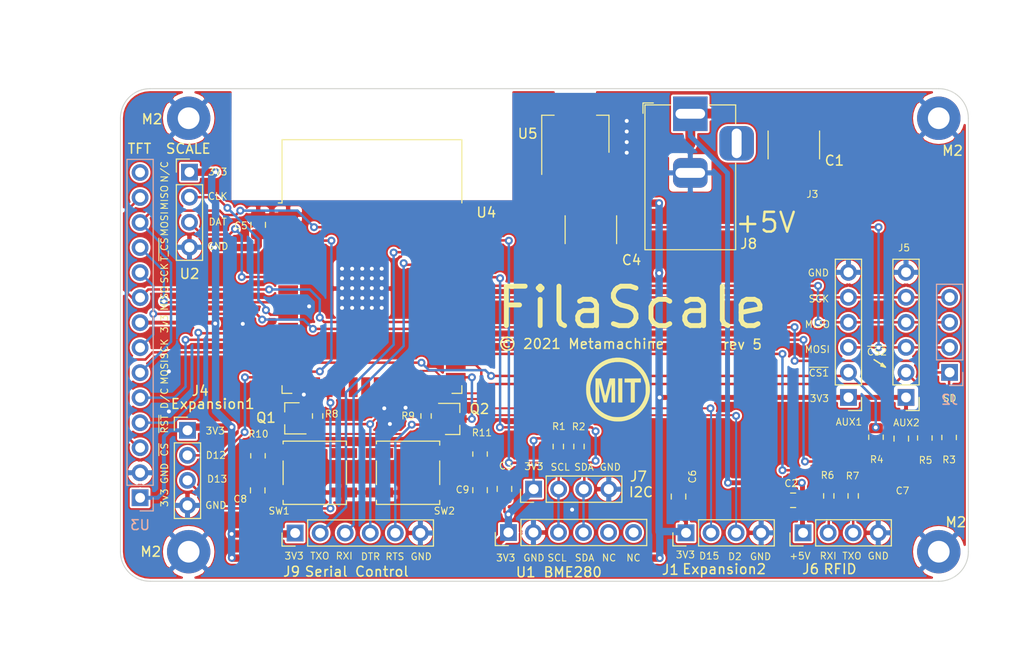
<source format=kicad_pcb>
(kicad_pcb (version 20171130) (host pcbnew 5.1.10-88a1d61d58~90~ubuntu20.04.1)
  (layers (0 F.Cu signal) (31 B.Cu signal) (34 B.Paste user) (35 F.Paste user) (36 B.SilkS user) (37 F.SilkS user) (38 B.Mask user) (39 F.Mask user) (44 Edge.Cuts user))
  (net 0 "")
  (net 1 +3V3)
  (net 2 GND)
  (net 3 +5V)
  (net 4 /PD_DOUT)
  (net 5 "Net-(U1-Pad5)")
  (net 6 /~T_CS~)
  (net 7 /PD_SCK)
  (net 8 /~TFT_RST~)
  (net 9 /TFT_DC)
  (net 10 /~TFT_CS~)
  (net 11 /TAG_RX)
  (net 12 /SPI_SCK)
  (net 13 /SPI_MISO)
  (net 14 /I2C_SDA)
  (net 15 /I2C_SCL)
  (net 16 /SPI_MOSI)
  (net 17 /~SD_CS~)
  (net 18 /TAG_TX)
  (net 19 /~AUX1_CS~)
  (net 20 /~AUX2_CS~)
  (net 21 "Net-(U1-Pad6)")
  (net 22 /D15)
  (net 23 /D2)
  (net 24 /D13)
  (net 25 /D12)
  (net 26 "Net-(J6-Pad2)")
  (net 27 "Net-(J6-Pad3)")
  (net 28 "Net-(J8-Pad3)")
  (net 29 "Net-(U3-Pad14)")
  (net 30 "Net-(U4-Pad4)")
  (net 31 "Net-(U4-Pad5)")
  (net 32 "Net-(U4-Pad7)")
  (net 33 "Net-(U4-Pad17)")
  (net 34 "Net-(U4-Pad18)")
  (net 35 "Net-(U4-Pad19)")
  (net 36 "Net-(U4-Pad20)")
  (net 37 "Net-(U4-Pad21)")
  (net 38 "Net-(U4-Pad22)")
  (net 39 "Net-(U4-Pad32)")
  (net 40 "Net-(C8-Pad1)")
  (net 41 "Net-(C9-Pad1)")
  (net 42 "Net-(Q1-Pad1)")
  (net 43 /~EN~)
  (net 44 /IO0)
  (net 45 "Net-(Q2-Pad1)")
  (net 46 /TX_OUT)
  (net 47 /RX_IN)
  (net 48 /~DTR~)
  (net 49 /~RTS~)
  (module RF_Module:ESP32-WROOM-32 (layer F.Cu) (at 83.51 112.045)
    (fp_text reference U4 (at 11.6 -8.474 180) (layer F.SilkS))
    (fp_text value ESP32-WROOM-32)
    (pad 39 smd rect (at -1 -0.755) (size 5 5) (layers F.Cu F.Paste F.Mask) (net 2 GND))
    (pad 1 smd rect (at -8.5 -8.255) (size 2 0.9) (layers F.Cu F.Paste F.Mask) (net 2 GND))
    (pad 2 smd rect (at -8.5 -6.985) (size 2 0.9) (layers F.Cu F.Paste F.Mask) (net 1 +3V3))
    (pad 3 smd rect (at -8.5 -5.715) (size 2 0.9) (layers F.Cu F.Paste F.Mask) (net 43 /~EN~))
    (pad 4 smd rect (at -8.5 -4.445) (size 2 0.9) (layers F.Cu F.Paste F.Mask) (net 30 "Net-(U4-Pad4)"))
    (pad 5 smd rect (at -8.5 -3.175) (size 2 0.9) (layers F.Cu F.Paste F.Mask) (net 31 "Net-(U4-Pad5)"))
    (pad 6 smd rect (at -8.5 -1.905) (size 2 0.9) (layers F.Cu F.Paste F.Mask) (net 4 /PD_DOUT))
    (pad 7 smd rect (at -8.5 -0.635) (size 2 0.9) (layers F.Cu F.Paste F.Mask) (net 32 "Net-(U4-Pad7)"))
    (pad 8 smd rect (at -8.5 0.635) (size 2 0.9) (layers F.Cu F.Paste F.Mask) (net 6 /~T_CS~))
    (pad 9 smd rect (at -8.5 1.905) (size 2 0.9) (layers F.Cu F.Paste F.Mask) (net 7 /PD_SCK))
    (pad 10 smd rect (at -8.5 3.175) (size 2 0.9) (layers F.Cu F.Paste F.Mask) (net 8 /~TFT_RST~))
    (pad 11 smd rect (at -8.5 4.445) (size 2 0.9) (layers F.Cu F.Paste F.Mask) (net 9 /TFT_DC))
    (pad 12 smd rect (at -8.5 5.715) (size 2 0.9) (layers F.Cu F.Paste F.Mask) (net 10 /~TFT_CS~))
    (pad 13 smd rect (at -8.5 6.985) (size 2 0.9) (layers F.Cu F.Paste F.Mask) (net 19 /~AUX1_CS~))
    (pad 14 smd rect (at -8.5 8.255) (size 2 0.9) (layers F.Cu F.Paste F.Mask) (net 25 /D12))
    (pad 15 smd rect (at -5.715 9.255 90) (size 2 0.9) (layers F.Cu F.Paste F.Mask) (net 2 GND))
    (pad 16 smd rect (at -4.445 9.255 90) (size 2 0.9) (layers F.Cu F.Paste F.Mask) (net 24 /D13))
    (pad 17 smd rect (at -3.175 9.255 90) (size 2 0.9) (layers F.Cu F.Paste F.Mask) (net 33 "Net-(U4-Pad17)"))
    (pad 18 smd rect (at -1.905 9.255 90) (size 2 0.9) (layers F.Cu F.Paste F.Mask) (net 34 "Net-(U4-Pad18)"))
    (pad 19 smd rect (at -0.635 9.255 90) (size 2 0.9) (layers F.Cu F.Paste F.Mask) (net 35 "Net-(U4-Pad19)"))
    (pad 20 smd rect (at 0.635 9.255 90) (size 2 0.9) (layers F.Cu F.Paste F.Mask) (net 36 "Net-(U4-Pad20)"))
    (pad 21 smd rect (at 1.905 9.255 90) (size 2 0.9) (layers F.Cu F.Paste F.Mask) (net 37 "Net-(U4-Pad21)"))
    (pad 22 smd rect (at 3.175 9.255 90) (size 2 0.9) (layers F.Cu F.Paste F.Mask) (net 38 "Net-(U4-Pad22)"))
    (pad 23 smd rect (at 4.445 9.255 90) (size 2 0.9) (layers F.Cu F.Paste F.Mask) (net 22 /D15))
    (pad 24 smd rect (at 5.715 9.255 90) (size 2 0.9) (layers F.Cu F.Paste F.Mask) (net 23 /D2))
    (pad 25 smd rect (at 8.5 8.255) (size 2 0.9) (layers F.Cu F.Paste F.Mask) (net 44 /IO0))
    (pad 26 smd rect (at 8.5 6.985) (size 2 0.9) (layers F.Cu F.Paste F.Mask) (net 20 /~AUX2_CS~))
    (pad 27 smd rect (at 8.5 5.715) (size 2 0.9) (layers F.Cu F.Paste F.Mask) (net 11 /TAG_RX))
    (pad 28 smd rect (at 8.5 4.445) (size 2 0.9) (layers F.Cu F.Paste F.Mask) (net 18 /TAG_TX))
    (pad 29 smd rect (at 8.5 3.175) (size 2 0.9) (layers F.Cu F.Paste F.Mask) (net 17 /~SD_CS~))
    (pad 30 smd rect (at 8.5 1.905) (size 2 0.9) (layers F.Cu F.Paste F.Mask) (net 12 /SPI_SCK))
    (pad 31 smd rect (at 8.5 0.635) (size 2 0.9) (layers F.Cu F.Paste F.Mask) (net 13 /SPI_MISO))
    (pad 32 smd rect (at 8.5 -0.635) (size 2 0.9) (layers F.Cu F.Paste F.Mask) (net 39 "Net-(U4-Pad32)"))
    (pad 33 smd rect (at 8.5 -1.905) (size 2 0.9) (layers F.Cu F.Paste F.Mask) (net 14 /I2C_SDA))
    (pad 34 smd rect (at 8.5 -3.175) (size 2 0.9) (layers F.Cu F.Paste F.Mask) (net 47 /RX_IN))
    (pad 35 smd rect (at 8.5 -4.445) (size 2 0.9) (layers F.Cu F.Paste F.Mask) (net 46 /TX_OUT))
    (pad 36 smd rect (at 8.5 -5.715) (size 2 0.9) (layers F.Cu F.Paste F.Mask) (net 15 /I2C_SCL))
    (pad 37 smd rect (at 8.5 -6.985) (size 2 0.9) (layers F.Cu F.Paste F.Mask) (net 16 /SPI_MOSI))
    (pad 38 smd rect (at 8.5 -8.255) (size 2 0.9) (layers F.Cu F.Paste F.Mask) (net 2 GND))
  )
  (module weo_footprints:MIT_Logo (layer F.Cu) (at 108.4704 121.5288)
    (fp_text reference G*** hide)
    (fp_text value LOGO hide)
  )
  (module MountingHole:MountingHole_2.2mm_M2_Pad (layer F.Cu) (at 141 138)
    (fp_text reference M2 (at 1.735 -2.9965) (layer F.SilkS))
    (fp_text value MountingHole_2.2mm_M2_Pad hide)
    (pad 1 thru_hole circle (at 0 0) (size 4.4 4.4) (drill 2.2) (layers *.Cu *.Mask) (net 2 GND))
  )
  (module MountingHole:MountingHole_2.2mm_M2_Pad (layer F.Cu) (at 64.92 94)
    (fp_text reference M2 (at -3.72 0.1) (layer F.SilkS))
    (fp_text value MountingHole_2.2mm_M2_Pad hide)
    (pad 1 thru_hole circle (at 0 0) (size 4.4 4.4) (drill 2.2) (layers *.Cu *.Mask) (net 2 GND))
  )
  (module MountingHole:MountingHole_2.2mm_M2_Pad (layer F.Cu) (at 141 94)
    (fp_text reference M2 (at 1.4 3.3) (layer F.SilkS))
    (fp_text value MountingHole_2.2mm_M2_Pad hide)
    (pad 1 thru_hole circle (at 0 0) (size 4.4 4.4) (drill 2.2) (layers *.Cu *.Mask) (net 2 GND))
  )
  (module MountingHole:MountingHole_2.2mm_M2_Pad (layer F.Cu) (at 64.92 138)
    (fp_text reference M2 (at -3.84 0) (layer F.SilkS))
    (fp_text value MountingHole_2.2mm_M2_Pad hide)
    (pad 1 thru_hole circle (at 0 0) (size 4.4 4.4) (drill 2.2) (layers *.Cu *.Mask) (net 2 GND))
  )
  (module Connector_PinHeader_2.54mm:PinHeader_1x06_P2.54mm_Vertical (layer F.Cu) (at 131.8384 122.3416 180)
    (fp_text reference J3 (at 3.6576 20.6248) (layer F.SilkS) (effects (font (size 0.7 0.7) (thickness 0.1))))
    (fp_text value "SPI 1")
    (pad 6 thru_hole oval (at 0 12.7 180) (size 1.7 1.7) (drill 1) (layers *.Cu *.Mask) (net 2 GND))
    (pad 5 thru_hole oval (at 0 10.16 180) (size 1.7 1.7) (drill 1) (layers *.Cu *.Mask) (net 12 /SPI_SCK))
    (pad 4 thru_hole oval (at 0 7.62 180) (size 1.7 1.7) (drill 1) (layers *.Cu *.Mask) (net 13 /SPI_MISO))
    (pad 3 thru_hole oval (at 0 5.08 180) (size 1.7 1.7) (drill 1) (layers *.Cu *.Mask) (net 16 /SPI_MOSI))
    (pad 2 thru_hole oval (at 0 2.54 180) (size 1.7 1.7) (drill 1) (layers *.Cu *.Mask) (net 19 /~AUX1_CS~))
    (pad 1 thru_hole rect (at 0 0 180) (size 1.7 1.7) (drill 1) (layers *.Cu *.Mask) (net 1 +3V3))
  )
  (module Capacitor_SMD:C_2220_5650Metric_Pad1.97x5.40mm_HandSolder (layer F.Cu) (at 126.3 96.7125 270)
    (fp_text reference C1 (at 1.588 -4.116 180) (layer F.SilkS))
    (fp_text value 10uF)
    (pad 1 smd roundrect (at -2.6375 0 270) (size 1.975 5.4) (layers F.Cu F.Paste F.Mask) (roundrect_rratio 0.1265812658227848) (net 3 +5V))
    (pad 2 smd roundrect (at 2.6375 0 270) (size 1.975 5.4) (layers F.Cu F.Paste F.Mask) (roundrect_rratio 0.1265812658227848) (net 2 GND))
  )
  (module Capacitor_SMD:C_0805_2012Metric (layer F.Cu) (at 126.2275 132.781 180)
    (fp_text reference C2 (at 0.193 1.7145) (layer F.SilkS) (effects (font (size 0.7 0.7) (thickness 0.1))))
    (fp_text value 0.1uF)
    (pad 1 smd roundrect (at -0.95 0 180) (size 1 1.45) (layers F.Cu F.Paste F.Mask) (net 3 +5V))
    (pad 2 smd roundrect (at 0.95 0 180) (size 1 1.45) (layers F.Cu F.Paste F.Mask) (net 2 GND))
  )
  (module Capacitor_SMD:C_0805_2012Metric (layer F.Cu) (at 96.95 131.625 90)
    (fp_text reference C3 (at 2.3365 0.1285 180) (layer F.SilkS) (effects (font (size 0.7 0.7) (thickness 0.1))))
    (fp_text value 0.1uF)
    (pad 2 smd roundrect (at 0.95 0 90) (size 1 1.45) (layers F.Cu F.Paste F.Mask) (net 2 GND))
    (pad 1 smd roundrect (at -0.95 0 90) (size 1 1.45) (layers F.Cu F.Paste F.Mask) (net 1 +3V3))
  )
  (module Capacitor_SMD:C_2220_5650Metric_Pad1.97x5.40mm_HandSolder (layer F.Cu) (at 105.7145 105.315 270)
    (fp_text reference C4 (at 3.082 -4.1275 180) (layer F.SilkS))
    (fp_text value 10uF)
    (pad 2 smd roundrect (at 2.6375 0 270) (size 1.975 5.4) (layers F.Cu F.Paste F.Mask) (roundrect_rratio 0.1265812658227848) (net 2 GND))
    (pad 1 smd roundrect (at -2.6375 0 270) (size 1.975 5.4) (layers F.Cu F.Paste F.Mask) (roundrect_rratio 0.1265812658227848) (net 1 +3V3))
  )
  (module Capacitor_SMD:C_0805_2012Metric (layer F.Cu) (at 71.975 104.825 90)
    (fp_text reference C5 (at -0.0795 -1.757 180) (layer F.SilkS) (effects (font (size 0.7 0.7) (thickness 0.1))))
    (fp_text value 0.1uF)
    (pad 2 smd roundrect (at 0.95 0 90) (size 1 1.45) (layers F.Cu F.Paste F.Mask) (net 2 GND))
    (pad 1 smd roundrect (at -0.95 0 90) (size 1 1.45) (layers F.Cu F.Paste F.Mask) (net 1 +3V3))
  )
  (module Capacitor_SMD:C_0805_2012Metric (layer F.Cu) (at 114.6045 132.4025 90)
    (fp_text reference C6 (at 2.028 1.4145 90) (layer F.SilkS) (effects (font (size 0.7 0.7) (thickness 0.1))))
    (fp_text value 0.1uF)
    (pad 1 smd roundrect (at -0.95 0 90) (size 1 1.45) (layers F.Cu F.Paste F.Mask) (net 1 +3V3))
    (pad 2 smd roundrect (at 0.95 0 90) (size 1 1.45) (layers F.Cu F.Paste F.Mask) (net 2 GND))
  )
  (module Capacitor_SMD:C_0805_2012Metric (layer F.Cu) (at 137.1978 126.5174 270)
    (fp_text reference C7 (at 5.2984 -0.127 180) (layer F.SilkS) (effects (font (size 0.7 0.7) (thickness 0.1))))
    (fp_text value 0.1uF)
    (pad 1 smd roundrect (at -0.95 0 270) (size 1 1.45) (layers F.Cu F.Paste F.Mask) (net 1 +3V3))
    (pad 2 smd roundrect (at 0.95 0 270) (size 1 1.45) (layers F.Cu F.Paste F.Mask) (net 2 GND))
  )
  (module Connector_PinHeader_2.54mm:PinHeader_1x04_P2.54mm_Vertical (layer F.Cu) (at 115.3665 136.083 90)
    (fp_text reference J1 (at -3.7465 -1.5875 180) (layer F.SilkS))
    (fp_text value Expansion_2)
    (pad 4 thru_hole oval (at 0 7.62 90) (size 1.7 1.7) (drill 1) (layers *.Cu *.Mask) (net 2 GND))
    (pad 3 thru_hole oval (at 0 5.08 90) (size 1.7 1.7) (drill 1) (layers *.Cu *.Mask) (net 23 /D2))
    (pad 2 thru_hole oval (at 0 2.54 90) (size 1.7 1.7) (drill 1) (layers *.Cu *.Mask) (net 22 /D15))
    (pad 1 thru_hole rect (at 0 0 90) (size 1.7 1.7) (drill 1) (layers *.Cu *.Mask) (net 1 +3V3))
  )
  (module Connector_PinHeader_2.54mm:PinHeader_1x04_P2.54mm_Vertical (layer F.Cu) (at 64.8 125.68)
    (fp_text reference J4 (at 1.2905 -4.0115) (layer F.SilkS))
    (fp_text value Expansion_1)
    (pad 4 thru_hole oval (at 0 7.62) (size 1.7 1.7) (drill 1) (layers *.Cu *.Mask) (net 2 GND))
    (pad 3 thru_hole oval (at 0 5.08) (size 1.7 1.7) (drill 1) (layers *.Cu *.Mask) (net 24 /D13))
    (pad 2 thru_hole oval (at 0 2.54) (size 1.7 1.7) (drill 1) (layers *.Cu *.Mask) (net 25 /D12))
    (pad 1 thru_hole rect (at 0 0) (size 1.7 1.7) (drill 1) (layers *.Cu *.Mask) (net 1 +3V3))
  )
  (module Connector_PinHeader_2.54mm:PinHeader_1x06_P2.54mm_Vertical (layer F.Cu) (at 137.6804 122.3416 180)
    (fp_text reference J5 (at 0.2032 15.1892) (layer F.SilkS) (effects (font (size 0.7 0.7) (thickness 0.1))))
    (fp_text value "SPI 2" hide)
    (pad 1 thru_hole rect (at 0 0 180) (size 1.7 1.7) (drill 1) (layers *.Cu *.Mask) (net 1 +3V3))
    (pad 2 thru_hole oval (at 0 2.54 180) (size 1.7 1.7) (drill 1) (layers *.Cu *.Mask) (net 20 /~AUX2_CS~))
    (pad 3 thru_hole oval (at 0 5.08 180) (size 1.7 1.7) (drill 1) (layers *.Cu *.Mask) (net 16 /SPI_MOSI))
    (pad 4 thru_hole oval (at 0 7.62 180) (size 1.7 1.7) (drill 1) (layers *.Cu *.Mask) (net 13 /SPI_MISO))
    (pad 5 thru_hole oval (at 0 10.16 180) (size 1.7 1.7) (drill 1) (layers *.Cu *.Mask) (net 12 /SPI_SCK))
    (pad 6 thru_hole oval (at 0 12.7 180) (size 1.7 1.7) (drill 1) (layers *.Cu *.Mask) (net 2 GND))
  )
  (module Connector_PinHeader_2.54mm:PinHeader_1x04_P2.54mm_Vertical (layer F.Cu) (at 127.241 136.083 90)
    (fp_text reference J6 (at -3.683 0.762 180) (layer F.SilkS))
    (fp_text value "Serial TAG")
    (pad 1 thru_hole rect (at 0 0 90) (size 1.7 1.7) (drill 1) (layers *.Cu *.Mask) (net 3 +5V))
    (pad 2 thru_hole oval (at 0 2.54 90) (size 1.7 1.7) (drill 1) (layers *.Cu *.Mask) (net 26 "Net-(J6-Pad2)"))
    (pad 3 thru_hole oval (at 0 5.08 90) (size 1.7 1.7) (drill 1) (layers *.Cu *.Mask) (net 27 "Net-(J6-Pad3)"))
    (pad 4 thru_hole oval (at 0 7.62 90) (size 1.7 1.7) (drill 1) (layers *.Cu *.Mask) (net 2 GND))
  )
  (module Connector_PinHeader_2.54mm:PinHeader_1x04_P2.54mm_Vertical (layer F.Cu) (at 99.91 131.65 90)
    (fp_text reference J7 (at 1.282 10.6305 180) (layer F.SilkS))
    (fp_text value I2C)
    (pad 4 thru_hole oval (at 0 7.62 90) (size 1.7 1.7) (drill 1) (layers *.Cu *.Mask) (net 2 GND))
    (pad 3 thru_hole oval (at 0 5.08 90) (size 1.7 1.7) (drill 1) (layers *.Cu *.Mask) (net 14 /I2C_SDA))
    (pad 2 thru_hole oval (at 0 2.54 90) (size 1.7 1.7) (drill 1) (layers *.Cu *.Mask) (net 15 /I2C_SCL))
    (pad 1 thru_hole rect (at 0 0 90) (size 1.7 1.7) (drill 1) (layers *.Cu *.Mask) (net 1 +3V3))
  )
  (module Connector_BarrelJack:BarrelJack_Horizontal (layer F.Cu) (at 115.8 93.55 90)
    (fp_text reference J8 (at -13.196 5.9165 180) (layer F.SilkS))
    (fp_text value +5V)
    (pad 1 thru_hole rect (at 0 0 90) (size 3.5 3.5) (drill oval 1 3) (layers *.Cu *.Mask) (net 3 +5V))
    (pad 2 thru_hole roundrect (at -6 0 90) (size 3 3.5) (drill oval 1 3) (layers *.Cu *.Mask) (net 2 GND))
    (pad 3 thru_hole roundrect (at -3 4.7 90) (size 3.5 3.5) (drill oval 3 1) (layers *.Cu *.Mask) (net 28 "Net-(J8-Pad3)"))
  )
  (module Resistor_SMD:R_0603_1608Metric (layer F.Cu) (at 102.4125 127.3195 270)
    (fp_text reference R1 (at -2.0365 -0.053 180) (layer F.SilkS) (effects (font (size 0.7 0.7) (thickness 0.1))))
    (fp_text value 2.7k)
    (pad 2 smd roundrect (at 0.825 0 270) (size 0.8 0.95) (layers F.Cu F.Paste F.Mask) (net 15 /I2C_SCL))
    (pad 1 smd roundrect (at -0.825 0 270) (size 0.8 0.95) (layers F.Cu F.Paste F.Mask) (net 1 +3V3))
  )
  (module Resistor_SMD:R_0603_1608Metric (layer F.Cu) (at 104.508 127.3195 270)
    (fp_text reference R2 (at -2.0115 0.034 180) (layer F.SilkS) (effects (font (size 0.7 0.7) (thickness 0.1))))
    (fp_text value 2.7k)
    (pad 1 smd roundrect (at -0.825 0 270) (size 0.8 0.95) (layers F.Cu F.Paste F.Mask) (net 1 +3V3))
    (pad 2 smd roundrect (at 0.825 0 270) (size 0.8 0.95) (layers F.Cu F.Paste F.Mask) (net 14 /I2C_SDA))
  )
  (module Resistor_SMD:R_0805_2012Metric (layer F.Cu) (at 142.0492 126.4037 90)
    (fp_text reference R3 (at -2.2625 0 180) (layer F.SilkS) (effects (font (size 0.7 0.7) (thickness 0.1))))
    (fp_text value 10K)
    (pad 1 smd roundrect (at -0.9125 0 90) (size 1.025 1.4) (layers F.Cu F.Paste F.Mask) (roundrect_rratio 0.2439004878048781) (net 1 +3V3))
    (pad 2 smd roundrect (at 0.9125 0 90) (size 1.025 1.4) (layers F.Cu F.Paste F.Mask) (roundrect_rratio 0.2439004878048781) (net 17 /~SD_CS~))
  )
  (module Resistor_SMD:R_0805_2012Metric (layer F.Cu) (at 134.6324 126.3783 90)
    (fp_text reference R4 (at -2.2625 0.0762 180) (layer F.SilkS) (effects (font (size 0.7 0.7) (thickness 0.1))))
    (fp_text value 10K)
    (pad 2 smd roundrect (at 0.9125 0 90) (size 1.025 1.4) (layers F.Cu F.Paste F.Mask) (roundrect_rratio 0.2439004878048781) (net 19 /~AUX1_CS~))
    (pad 1 smd roundrect (at -0.9125 0 90) (size 1.025 1.4) (layers F.Cu F.Paste F.Mask) (roundrect_rratio 0.2439004878048781) (net 1 +3V3))
  )
  (module Resistor_SMD:R_0805_2012Metric (layer F.Cu) (at 139.5854 126.4545 90)
    (fp_text reference R5 (at -2.2625 0.0762 180) (layer F.SilkS) (effects (font (size 0.7 0.7) (thickness 0.1))))
    (fp_text value 10K)
    (pad 1 smd roundrect (at -0.9125 0 90) (size 1.025 1.4) (layers F.Cu F.Paste F.Mask) (roundrect_rratio 0.2439004878048781) (net 1 +3V3))
    (pad 2 smd roundrect (at 0.9125 0 90) (size 1.025 1.4) (layers F.Cu F.Paste F.Mask) (roundrect_rratio 0.2439004878048781) (net 20 /~AUX2_CS~))
  )
  (module Resistor_SMD:R_0603_1608Metric (layer F.Cu) (at 129.8445 132.337 90)
    (fp_text reference R6 (at 2.096 -0.127 180) (layer F.SilkS) (effects (font (size 0.7 0.7) (thickness 0.1))))
    (fp_text value 100R)
    (pad 2 smd roundrect (at 0.825 0 90) (size 0.8 0.95) (layers F.Cu F.Paste F.Mask) (net 11 /TAG_RX))
    (pad 1 smd roundrect (at -0.825 0 90) (size 0.8 0.95) (layers F.Cu F.Paste F.Mask) (net 26 "Net-(J6-Pad2)"))
  )
  (module Resistor_SMD:R_0603_1608Metric (layer F.Cu) (at 132.321 132.337 90)
    (fp_text reference R7 (at 2.0325 -0.0635 180) (layer F.SilkS) (effects (font (size 0.7 0.7) (thickness 0.1))))
    (fp_text value 0R0)
    (pad 1 smd roundrect (at -0.825 0 90) (size 0.8 0.95) (layers F.Cu F.Paste F.Mask) (net 27 "Net-(J6-Pad3)"))
    (pad 2 smd roundrect (at 0.825 0 90) (size 0.8 0.95) (layers F.Cu F.Paste F.Mask) (net 18 /TAG_TX))
  )
  (module Connector_PinHeader_2.54mm:PinHeader_1x06_P2.54mm_Vertical (layer F.Cu) (at 97.35 136.05 90)
    (fp_text reference U1 (at -4.0335 1.7605 180) (layer F.SilkS))
    (fp_text value BME280M)
    (pad 1 thru_hole rect (at 0 0 90) (size 1.7 1.7) (drill 1) (layers *.Cu *.Mask) (net 1 +3V3))
    (pad 2 thru_hole oval (at 0 2.54 90) (size 1.7 1.7) (drill 1) (layers *.Cu *.Mask) (net 2 GND))
    (pad 3 thru_hole oval (at 0 5.08 90) (size 1.7 1.7) (drill 1) (layers *.Cu *.Mask) (net 15 /I2C_SCL))
    (pad 4 thru_hole oval (at 0 7.62 90) (size 1.7 1.7) (drill 1) (layers *.Cu *.Mask) (net 14 /I2C_SDA))
    (pad 5 thru_hole oval (at 0 10.16 90) (size 1.7 1.7) (drill 1) (layers *.Cu *.Mask) (net 5 "Net-(U1-Pad5)"))
    (pad 6 thru_hole oval (at 0 12.7 90) (size 1.7 1.7) (drill 1) (layers *.Cu *.Mask) (net 21 "Net-(U1-Pad6)"))
  )
  (module Connector_PinHeader_2.54mm:PinHeader_1x04_P2.54mm_Vertical (layer F.Cu) (at 65 99.475)
    (fp_text reference U2 (at 0.011 10.319) (layer F.SilkS))
    (fp_text value HX711MOD)
    (pad 1 thru_hole rect (at 0 0) (size 1.7 1.7) (drill 1) (layers *.Cu *.Mask) (net 1 +3V3))
    (pad 2 thru_hole oval (at 0 2.54) (size 1.7 1.7) (drill 1) (layers *.Cu *.Mask) (net 7 /PD_SCK))
    (pad 3 thru_hole oval (at 0 5.08) (size 1.7 1.7) (drill 1) (layers *.Cu *.Mask) (net 4 /PD_DOUT))
    (pad 4 thru_hole oval (at 0 7.62) (size 1.7 1.7) (drill 1) (layers *.Cu *.Mask) (net 2 GND))
  )
  (module Package_TO_SOT_SMD:SOT-223-3_TabPin2 (layer F.Cu) (at 104.14 95.606 90)
    (fp_text reference U5 (at 0.036 -4.839 180) (layer F.SilkS))
    (fp_text value AMS1117-3.3)
    (pad 2 smd rect (at 3.15 0 90) (size 2 3.8) (layers F.Cu F.Paste F.Mask) (net 1 +3V3))
    (pad 2 smd rect (at -3.15 0 90) (size 2 1.5) (layers F.Cu F.Paste F.Mask) (net 1 +3V3))
    (pad 3 smd rect (at -3.15 2.3 90) (size 2 1.5) (layers F.Cu F.Paste F.Mask) (net 3 +5V))
    (pad 1 smd rect (at -3.15 -2.3 90) (size 2 1.5) (layers F.Cu F.Paste F.Mask) (net 2 GND))
  )
  (module Capacitor_SMD:C_0805_2012Metric (layer F.Cu) (at 71.925 131.775 270)
    (fp_text reference C8 (at 0.879 1.7705 180) (layer F.SilkS) (effects (font (size 0.7 0.7) (thickness 0.1))))
    (fp_text value 1nF)
    (pad 1 smd roundrect (at -0.95 0 270) (size 1 1.45) (layers F.Cu F.Paste F.Mask) (net 40 "Net-(C8-Pad1)"))
    (pad 2 smd roundrect (at 0.95 0 270) (size 1 1.45) (layers F.Cu F.Paste F.Mask) (net 2 GND))
  )
  (module Capacitor_SMD:C_0805_2012Metric (layer F.Cu) (at 94.475 131.75 270)
    (fp_text reference C9 (at -0.0485 1.778 180) (layer F.SilkS) (effects (font (size 0.7 0.7) (thickness 0.1))))
    (fp_text value 1nF)
    (pad 2 smd roundrect (at 0.95 0 270) (size 1 1.45) (layers F.Cu F.Paste F.Mask) (net 2 GND))
    (pad 1 smd roundrect (at -0.95 0 270) (size 1 1.45) (layers F.Cu F.Paste F.Mask) (net 41 "Net-(C9-Pad1)"))
  )
  (module Resistor_SMD:R_0603_1608Metric (layer F.Cu) (at 78 124.225 270)
    (fp_text reference R8 (at -0.207 -1.4255 180) (layer F.SilkS) (effects (font (size 0.7 0.7) (thickness 0.1))))
    (fp_text value 12K)
    (pad 2 smd roundrect (at 0.825 0 270) (size 0.8 0.95) (layers F.Cu F.Paste F.Mask) (net 48 /~DTR~))
    (pad 1 smd roundrect (at -0.825 0 270) (size 0.8 0.95) (layers F.Cu F.Paste F.Mask) (net 42 "Net-(Q1-Pad1)"))
  )
  (module Resistor_SMD:R_0603_1608Metric (layer F.Cu) (at 89 124.225 270)
    (fp_text reference R9 (at -0.0165 1.8275 180) (layer F.SilkS) (effects (font (size 0.7 0.7) (thickness 0.1))))
    (fp_text value 12K)
    (pad 1 smd roundrect (at -0.825 0 270) (size 0.8 0.95) (layers F.Cu F.Paste F.Mask) (net 45 "Net-(Q2-Pad1)"))
    (pad 2 smd roundrect (at 0.825 0 270) (size 0.8 0.95) (layers F.Cu F.Paste F.Mask) (net 49 /~RTS~))
  )
  (module Resistor_SMD:R_0805_2012Metric (layer F.Cu) (at 71.95 128.2625 270)
    (fp_text reference R10 (at -2.2125 -0.046 180) (layer F.SilkS) (effects (font (size 0.7 0.7) (thickness 0.1))))
    (fp_text value 470)
    (pad 2 smd roundrect (at 0.9125 0 270) (size 1.025 1.4) (layers F.Cu F.Paste F.Mask) (roundrect_rratio 0.2439004878048781) (net 40 "Net-(C8-Pad1)"))
    (pad 1 smd roundrect (at -0.9125 0 270) (size 1.025 1.4) (layers F.Cu F.Paste F.Mask) (roundrect_rratio 0.2439004878048781) (net 43 /~EN~))
  )
  (module Resistor_SMD:R_0805_2012Metric (layer F.Cu) (at 94.475 128.0875 270)
    (fp_text reference R11 (at -2.1645 -0.1905 180) (layer F.SilkS) (effects (font (size 0.7 0.7) (thickness 0.1))))
    (fp_text value 470)
    (pad 1 smd roundrect (at -0.9125 0 270) (size 1.025 1.4) (layers F.Cu F.Paste F.Mask) (roundrect_rratio 0.2439004878048781) (net 44 /IO0))
    (pad 2 smd roundrect (at 0.9125 0 270) (size 1.025 1.4) (layers F.Cu F.Paste F.Mask) (roundrect_rratio 0.2439004878048781) (net 41 "Net-(C9-Pad1)"))
  )
  (module Button_Switch_SMD:SW_Push_1P1T_NO_CK_KSC6xxJ (layer F.Cu) (at 77.711 129.987 180)
    (fp_text reference SW1 (at 3.6195 -3.8735) (layer F.SilkS) (effects (font (size 0.7 0.7) (thickness 0.1))))
    (fp_text value SW_Push)
    (pad 1 smd rect (at -2.9 -2 180) (size 2.8 1) (layers F.Cu F.Paste F.Mask) (net 2 GND))
    (pad 1 smd rect (at 2.9 -2 180) (size 2.8 1) (layers F.Cu F.Paste F.Mask) (net 2 GND))
    (pad 2 smd rect (at -2.9 2 180) (size 2.8 1) (layers F.Cu F.Paste F.Mask) (net 40 "Net-(C8-Pad1)"))
    (pad 2 smd rect (at 2.9 2 180) (size 2.8 1) (layers F.Cu F.Paste F.Mask) (net 40 "Net-(C8-Pad1)"))
  )
  (module Button_Switch_SMD:SW_Push_1P1T_NO_CK_KSC6xxJ (layer F.Cu) (at 87.1725 129.987 180)
    (fp_text reference SW2 (at -3.683 -3.8735) (layer F.SilkS) (effects (font (size 0.7 0.7) (thickness 0.1))))
    (fp_text value SW_Push)
    (pad 2 smd rect (at 2.9 2 180) (size 2.8 1) (layers F.Cu F.Paste F.Mask) (net 41 "Net-(C9-Pad1)"))
    (pad 2 smd rect (at -2.9 2 180) (size 2.8 1) (layers F.Cu F.Paste F.Mask) (net 41 "Net-(C9-Pad1)"))
    (pad 1 smd rect (at 2.9 -2 180) (size 2.8 1) (layers F.Cu F.Paste F.Mask) (net 2 GND))
    (pad 1 smd rect (at -2.9 -2 180) (size 2.8 1) (layers F.Cu F.Paste F.Mask) (net 2 GND))
  )
  (module Connector_PinHeader_2.54mm:PinHeader_1x06_P2.54mm_Vertical (layer F.Cu) (at 75.72 136.1 90)
    (fp_text reference J9 (at -3.92 -0.3585 180) (layer F.SilkS))
    (fp_text value "dbg/download port")
    (pad 1 thru_hole rect (at 0 0 90) (size 1.7 1.7) (drill 1) (layers *.Cu *.Mask) (net 1 +3V3))
    (pad 2 thru_hole oval (at 0 2.54 90) (size 1.7 1.7) (drill 1) (layers *.Cu *.Mask) (net 46 /TX_OUT))
    (pad 3 thru_hole oval (at 0 5.08 90) (size 1.7 1.7) (drill 1) (layers *.Cu *.Mask) (net 47 /RX_IN))
    (pad 4 thru_hole oval (at 0 7.62 90) (size 1.7 1.7) (drill 1) (layers *.Cu *.Mask) (net 48 /~DTR~))
    (pad 5 thru_hole oval (at 0 10.16 90) (size 1.7 1.7) (drill 1) (layers *.Cu *.Mask) (net 49 /~RTS~))
    (pad 6 thru_hole oval (at 0 12.7 90) (size 1.7 1.7) (drill 1) (layers *.Cu *.Mask) (net 2 GND))
  )
  (module Package_TO_SOT_SMD:SOT-23 (layer F.Cu) (at 75.425 124.4625 180)
    (fp_text reference Q1 (at 2.667 0.0635) (layer F.SilkS))
    (fp_text value S8050)
    (pad 1 smd rect (at -1 -0.95 180) (size 0.9 0.8) (layers F.Cu F.Paste F.Mask) (net 42 "Net-(Q1-Pad1)"))
    (pad 2 smd rect (at -1 0.95 180) (size 0.9 0.8) (layers F.Cu F.Paste F.Mask) (net 49 /~RTS~))
    (pad 3 smd rect (at 1 0 180) (size 0.9 0.8) (layers F.Cu F.Paste F.Mask) (net 43 /~EN~))
  )
  (module Package_TO_SOT_SMD:SOT-23 (layer F.Cu) (at 91.665 124.5235)
    (fp_text reference Q2 (at 2.7465 -1.0135) (layer F.SilkS))
    (fp_text value S8050)
    (pad 1 smd rect (at -1 -0.95) (size 0.9 0.8) (layers F.Cu F.Paste F.Mask) (net 45 "Net-(Q2-Pad1)"))
    (pad 2 smd rect (at -1 0.95) (size 0.9 0.8) (layers F.Cu F.Paste F.Mask) (net 48 /~DTR~))
    (pad 3 smd rect (at 1 0) (size 0.9 0.8) (layers F.Cu F.Paste F.Mask) (net 44 /IO0))
  )
  (module Connector_PinSocket_2.54mm:PinSocket_1x04_P2.54mm_Vertical (layer B.Cu) (at 142.1 119.8016)
    (fp_text reference J2 (at 0 2.77) (layer B.SilkS) (effects (justify mirror)))
    (fp_text value SDcard)
    (pad 1 thru_hole rect (at 0 0) (size 1.7 1.7) (drill 1) (layers *.Cu *.Mask) (net 17 /~SD_CS~))
    (pad 2 thru_hole oval (at 0 -2.54) (size 1.7 1.7) (drill 1) (layers *.Cu *.Mask) (net 16 /SPI_MOSI))
    (pad 3 thru_hole oval (at 0 -5.08) (size 1.7 1.7) (drill 1) (layers *.Cu *.Mask) (net 13 /SPI_MISO))
    (pad 4 thru_hole oval (at 0 -7.62) (size 1.7 1.7) (drill 1) (layers *.Cu *.Mask) (net 12 /SPI_SCK))
  )
  (module Connector_PinSocket_2.54mm:PinSocket_1x14_P2.54mm_Vertical (layer B.Cu) (at 59.9945 132.527)
    (fp_text reference U3 (at 0 2.77) (layer B.SilkS) (effects (justify mirror)))
    (fp_text value SPI-TFT)
    (pad 1 thru_hole rect (at 0 0) (size 1.7 1.7) (drill 1) (layers *.Cu *.Mask) (net 1 +3V3))
    (pad 2 thru_hole oval (at 0 -2.54) (size 1.7 1.7) (drill 1) (layers *.Cu *.Mask) (net 2 GND))
    (pad 3 thru_hole oval (at 0 -5.08) (size 1.7 1.7) (drill 1) (layers *.Cu *.Mask) (net 10 /~TFT_CS~))
    (pad 4 thru_hole oval (at 0 -7.62) (size 1.7 1.7) (drill 1) (layers *.Cu *.Mask) (net 8 /~TFT_RST~))
    (pad 5 thru_hole oval (at 0 -10.16) (size 1.7 1.7) (drill 1) (layers *.Cu *.Mask) (net 9 /TFT_DC))
    (pad 6 thru_hole oval (at 0 -12.7) (size 1.7 1.7) (drill 1) (layers *.Cu *.Mask) (net 16 /SPI_MOSI))
    (pad 7 thru_hole oval (at 0 -15.24) (size 1.7 1.7) (drill 1) (layers *.Cu *.Mask) (net 12 /SPI_SCK))
    (pad 8 thru_hole oval (at 0 -17.78) (size 1.7 1.7) (drill 1) (layers *.Cu *.Mask) (net 1 +3V3))
    (pad 9 thru_hole oval (at 0 -20.32) (size 1.7 1.7) (drill 1) (layers *.Cu *.Mask) (net 13 /SPI_MISO))
    (pad 10 thru_hole oval (at 0 -22.86) (size 1.7 1.7) (drill 1) (layers *.Cu *.Mask) (net 12 /SPI_SCK))
    (pad 11 thru_hole oval (at 0 -25.4) (size 1.7 1.7) (drill 1) (layers *.Cu *.Mask) (net 6 /~T_CS~))
    (pad 12 thru_hole oval (at 0 -27.94) (size 1.7 1.7) (drill 1) (layers *.Cu *.Mask) (net 16 /SPI_MOSI))
    (pad 13 thru_hole oval (at 0 -30.48) (size 1.7 1.7) (drill 1) (layers *.Cu *.Mask) (net 13 /SPI_MISO))
    (pad 14 thru_hole oval (at 0 -33.02) (size 1.7 1.7) (drill 1) (layers *.Cu *.Mask) (net 29 "Net-(U3-Pad14)"))
  )
  (gr_text FilaScale (at 109.9055 113.223) (layer F.SilkS) (effects (font (size 4 4) (thickness 0.5))))
  (gr_text 3V3 (at 99.936 129.352) (layer F.SilkS) (effects (font (size 0.7 0.7) (thickness 0.1))))
  (gr_text SDA (at 105.016 129.4155) (layer F.SilkS) (effects (font (size 0.7 0.7) (thickness 0.1))))
  (gr_text SCL (at 102.603 129.4155) (layer F.SilkS) (effects (font (size 0.7 0.7) (thickness 0.1))))
  (gr_text "rev 5" (at 121.0815 116.9695) (layer F.SilkS) (effects (font (size 1 1))))
  (gr_text "© 2021 Metamachine" (at 104.762 116.906) (layer F.SilkS) (effects (font (size 1 1))))
  (gr_text N/C (at 62.471 99.4435 90) (layer F.SilkS) (effects (font (size 0.7 0.7) (thickness 0.1))))
  (gr_text MISO (at 62.471 102.047 90) (layer F.SilkS) (effects (font (size 0.7 0.7) (thickness 0.1))))
  (gr_text MOSI (at 62.471 104.714 90) (layer F.SilkS) (effects (font (size 0.7 0.7) (thickness 0.1))))
  (gr_text ~T_CS~ (at 62.471 107.3175 90) (layer F.SilkS) (effects (font (size 0.7 0.7) (thickness 0.1))))
  (gr_text SCK (at 62.471 117.414 90) (layer F.SilkS) (effects (font (size 0.7 0.7) (thickness 0.1))))
  (gr_text MISO (at 62.471 112.2705 90) (layer F.SilkS) (effects (font (size 0.7 0.7) (thickness 0.1))))
  (gr_text 3v3 (at 62.471 114.874 90) (layer F.SilkS) (effects (font (size 0.7 0.7) (thickness 0.1))))
  (gr_text SCK (at 62.471 109.7305 90) (layer F.SilkS) (effects (font (size 0.7 0.7) (thickness 0.1))))
  (gr_text MOSI (at 62.471 119.7635 90) (layer F.SilkS) (effects (font (size 0.7 0.7) (thickness 0.1))))
  (gr_text D/C (at 62.471 122.4305 90) (layer F.SilkS) (effects (font (size 0.7 0.7) (thickness 0.1))))
  (gr_text ~RST~ (at 62.471 125.034 90) (layer F.SilkS) (effects (font (size 0.7 0.7) (thickness 0.1))))
  (gr_text ~CS~ (at 62.471 127.6375 90) (layer F.SilkS) (effects (font (size 0.7 0.7) (thickness 0.1))))
  (gr_text GND (at 62.471 130.0505 90) (layer F.SilkS) (effects (font (size 0.7 0.7) (thickness 0.1))))
  (gr_text 3v3 (at 62.471 132.527 90) (layer F.SilkS) (effects (font (size 0.7 0.7) (thickness 0.1))))
  (gr_text DAT (at 67.8685 104.5235) (layer F.SilkS) (effects (font (size 0.7 0.7) (thickness 0.1))))
  (gr_text CLK (at 67.8685 101.92) (layer F.SilkS) (effects (font (size 0.7 0.7) (thickness 0.1))))
  (gr_text NC (at 110.0325 138.623) (layer F.SilkS) (effects (font (size 0.7 0.7) (thickness 0.1))))
  (gr_text NC (at 107.556 138.623) (layer F.SilkS) (effects (font (size 0.7 0.7) (thickness 0.1))))
  (gr_text "Serial Control" (at 81.9655 140.02) (layer F.SilkS) (effects (font (size 1 1))))
  (gr_text RFID (at 130.9875 139.766) (layer F.SilkS) (effects (font (size 1 1))))
  (gr_text Expansion2 (at 119.24 139.766) (layer F.SilkS) (effects (font (size 1 1))))
  (gr_text Expansion1 (at 67.3605 123.002) (layer F.SilkS) (effects (font (size 1 1))))
  (gr_text GND (at 67.8685 107) (layer F.SilkS) (effects (font (size 0.7 0.7) (thickness 0.1))))
  (gr_text 3V3 (at 67.8685 99.4435) (layer F.SilkS) (effects (font (size 0.7 0.7) (thickness 0.1))))
  (gr_text TFT (at 59.931 97.094) (layer F.SilkS) (effects (font (size 1 1))))
  (gr_text SCALE (at 64.884 97.094) (layer F.SilkS) (effects (font (size 1 1))))
  (gr_text 3V3 (at 128.892 122.4432) (layer F.SilkS) (effects (font (size 0.7 0.7) (thickness 0.1))))
  (gr_line (start 135.5849 119.2682) (end 135.3944 119.0777) (layer F.SilkS) (width 0.15))
  (gr_line (start 135.1404 119.1412) (end 135.5849 119.2682) (layer F.SilkS) (width 0.15))
  (gr_line (start 135.2674 118.8872) (end 135.1404 119.1412) (layer F.SilkS) (width 0.15))
  (gr_line (start 135.5214 119.2047) (end 135.2674 118.8872) (layer F.SilkS) (width 0.15))
  (gr_line (start 134.4419 118.5062) (end 135.5214 119.2047) (layer F.SilkS) (width 0.15))
  (gr_text ~CS2~ (at 134.734 117.7188) (layer F.SilkS) (effects (font (size 0.7 0.7) (thickness 0.1))))
  (gr_text ~CS1~ (at 128.8412 119.8524) (layer F.SilkS) (effects (font (size 0.7 0.7) (thickness 0.1))))
  (gr_text MOSI (at 128.6888 117.4648) (layer F.SilkS) (effects (font (size 0.7 0.7) (thickness 0.1))))
  (gr_text MISO (at 128.6888 114.9248) (layer F.SilkS) (effects (font (size 0.7 0.7) (thickness 0.1))))
  (gr_text GND (at 128.7904 109.6924) (layer F.SilkS) (effects (font (size 0.7 0.7) (thickness 0.1))))
  (gr_text SCK (at 128.8412 112.334) (layer F.SilkS) (effects (font (size 0.7 0.7) (thickness 0.1))))
  (gr_text 3V3 (at 115.303 138.3055) (layer F.SilkS) (effects (font (size 0.7 0.7) (thickness 0.1))))
  (gr_text D2 (at 120.3195 138.496) (layer F.SilkS) (effects (font (size 0.7 0.7) (thickness 0.1))))
  (gr_text D15 (at 117.716 138.4325) (layer F.SilkS) (effects (font (size 0.7 0.7) (thickness 0.1))))
  (gr_text BME280 (at 103.873 140.0835) (layer F.SilkS) (effects (font (size 1 1))))
  (gr_text I2C (at 110.7945 131.9555) (layer F.SilkS) (effects (font (size 1 1))))
  (gr_text 3V3 (at 97.0785 138.623) (layer F.SilkS) (effects (font (size 0.7 0.7) (thickness 0.1))))
  (gr_text SCL (at 102.2855 138.623) (layer F.SilkS) (effects (font (size 0.7 0.7) (thickness 0.1))))
  (gr_text GND (at 99.936 138.623) (layer F.SilkS) (effects (font (size 0.7 0.7) (thickness 0.1))))
  (gr_text 3V3 (at 67.6145 125.7325) (layer F.SilkS) (effects (font (size 0.7 0.7) (thickness 0.1))))
  (gr_text D12 (at 67.678 128.209) (layer F.SilkS) (effects (font (size 0.7 0.7) (thickness 0.1))))
  (gr_text D13 (at 67.805 130.622) (layer F.SilkS) (effects (font (size 0.7 0.7) (thickness 0.1))))
  (gr_text 3V3 (at 75.6155 138.4325) (layer F.SilkS) (effects (font (size 0.7 0.7) (thickness 0.1))))
  (gr_text TXO (at 78.219 138.4325) (layer F.SilkS) (effects (font (size 0.7 0.7) (thickness 0.1))))
  (gr_text RXI (at 80.6955 138.4325) (layer F.SilkS) (effects (font (size 0.7 0.7) (thickness 0.1))))
  (gr_text DTR (at 83.3625 138.496) (layer F.SilkS) (effects (font (size 0.7 0.7) (thickness 0.1))))
  (gr_text RTS (at 85.839 138.496) (layer F.SilkS) (effects (font (size 0.7 0.7) (thickness 0.1))))
  (gr_text GND (at 88.506 138.496) (layer F.SilkS) (effects (font (size 0.7 0.7) (thickness 0.1))))
  (gr_text GND (at 67.678 133.289) (layer F.SilkS) (effects (font (size 0.7 0.7) (thickness 0.1))))
  (gr_text GND (at 122.923 138.496) (layer F.SilkS) (effects (font (size 0.7 0.7) (thickness 0.1))))
  (gr_text GND (at 107.683 129.4155) (layer F.SilkS) (effects (font (size 0.7 0.7) (thickness 0.1))))
  (gr_text SDA (at 105.0795 138.623) (layer F.SilkS) (effects (font (size 0.7 0.7) (thickness 0.1))))
  (gr_text +5V (at 123.431 104.587) (layer F.SilkS) (effects (font (size 2 2) (thickness 0.25))))
  (gr_text SD (at 142.1 122.4305) (layer F.SilkS) (effects (font (size 0.7 0.7) (thickness 0.1))))
  (gr_text AUX2 (at 137.7185 124.907) (layer F.SilkS) (effects (font (size 0.7 0.7) (thickness 0.1))))
  (gr_text AUX1 (at 131.8892 124.8308) (layer F.SilkS) (effects (font (size 0.7 0.7) (thickness 0.1))))
  (gr_text +5V (at 126.9235 138.4325) (layer F.SilkS) (effects (font (size 0.7 0.7) (thickness 0.1))))
  (gr_text GND (at 134.861 138.4325) (layer F.SilkS) (effects (font (size 0.7 0.7) (thickness 0.1))))
  (gr_text RXI (at 129.781 138.4325) (layer F.SilkS) (effects (font (size 0.7 0.7) (thickness 0.1))))
  (gr_text TXO (at 132.194 138.4325) (layer F.SilkS) (effects (font (size 0.7 0.7) (thickness 0.1))))
  (gr_line (start 58 138) (end 58 94) (layer Edge.Cuts) (width 0.1))
  (gr_arc (start 141 138) (end 141 141) (angle -90) (layer Edge.Cuts) (width 0.1))
  (gr_arc (start 61 138) (end 58 138) (angle -90) (layer Edge.Cuts) (width 0.1))
  (gr_arc (start 141 94) (end 144 94) (angle -90) (layer Edge.Cuts) (width 0.1))
  (gr_arc (start 61 94) (end 61 91) (angle -90) (layer Edge.Cuts) (width 0.1))
  (gr_line (start 141 141) (end 61 141) (layer Edge.Cuts) (width 0.1))
  (gr_line (start 144 94) (end 144 138) (layer Edge.Cuts) (width 0.1))
  (gr_line (start 61 91) (end 141 91) (layer Edge.Cuts) (width 0.1))
  (segment (start 64.965 99.51) (end 65 99.475) (width 0.75) (layer F.Cu) (net 1))
  (segment (start 69.275 125.35) (end 69.275 136.2) (width 0.75) (layer B.Cu) (net 1))
  (via (at 69.275 136.2) (size 0.8) (drill 0.4) (layers F.Cu B.Cu) (net 1))
  (segment (start 75.62 136.2) (end 75.72 136.1) (width 0.75) (layer F.Cu) (net 1))
  (segment (start 69.275 136.2) (end 75.62 136.2) (width 0.75) (layer F.Cu) (net 1))
  (via (at 69.275 125.35) (size 0.8) (drill 0.4) (layers F.Cu B.Cu) (net 1))
  (segment (start 65.13 125.35) (end 64.8 125.68) (width 0.75) (layer F.Cu) (net 1))
  (segment (start 69.275 125.35) (end 65.13 125.35) (width 0.75) (layer F.Cu) (net 1))
  (segment (start 65 99.475) (end 67.65 99.475) (width 0.75) (layer F.Cu) (net 1))
  (via (at 67.65 99.475) (size 0.8) (drill 0.4) (layers F.Cu B.Cu) (net 1))
  (segment (start 97.35 136.05) (end 97.35 134.21) (width 0.75) (layer B.Cu) (net 1))
  (segment (start 97.35 136.05) (end 97.35 135.625) (width 0.75) (layer F.Cu) (net 1))
  (segment (start 97.35 134.21) (end 98.53 133.03) (width 0.75) (layer B.Cu) (net 1))
  (segment (start 98.53 133.03) (end 99.91 131.65) (width 0.75) (layer B.Cu) (net 1))
  (segment (start 99.91 131.65) (end 99.91 126.715) (width 0.25) (layer B.Cu) (net 1))
  (via (at 99.91 126.715) (size 0.8) (drill 0.4) (layers F.Cu B.Cu) (net 1))
  (via (at 97.35 134.21) (size 0.8) (drill 0.4) (layers F.Cu B.Cu) (net 1))
  (segment (start 97.35 134.21) (end 97.21 134.21) (width 0.25) (layer F.Cu) (net 1))
  (segment (start 96.95 133.95) (end 96.95 132.575) (width 0.25) (layer F.Cu) (net 1))
  (segment (start 97.21 134.21) (end 96.95 133.95) (width 0.25) (layer F.Cu) (net 1))
  (segment (start 67.250001 102.118003) (end 67.65 102.518002) (width 0.75) (layer B.Cu) (net 1))
  (segment (start 67.65 99.475) (end 67.250001 99.874999) (width 0.75) (layer B.Cu) (net 1))
  (segment (start 67.250001 99.874999) (end 67.250001 102.118003) (width 0.75) (layer B.Cu) (net 1))
  (segment (start 67.65 103.775) (end 67.574847 103.850153) (width 0.25) (layer B.Cu) (net 1))
  (segment (start 67.65 102.518002) (end 67.65 103.775) (width 0.75) (layer B.Cu) (net 1))
  (segment (start 67.65 107.075) (end 67.6 107.125) (width 0.25) (layer B.Cu) (net 1))
  (via (at 67.6 107.125) (size 0.8) (drill 0.4) (layers F.Cu B.Cu) (net 1))
  (segment (start 67.65 103.775) (end 67.65 107.075) (width 0.75) (layer B.Cu) (net 1))
  (segment (start 71.75 107.125) (end 71.875 107) (width 0.75) (layer F.Cu) (net 1))
  (segment (start 67.6 107.125) (end 71.75 107.125) (width 0.75) (layer F.Cu) (net 1))
  (segment (start 71.75 107.125) (end 71.775 107.125) (width 0.75) (layer F.Cu) (net 1))
  (segment (start 71.975 106.925) (end 71.975 105.775) (width 0.75) (layer F.Cu) (net 1))
  (segment (start 71.775 107.125) (end 71.975 106.925) (width 0.75) (layer F.Cu) (net 1))
  (segment (start 71.975 105.775) (end 72.9 105.775) (width 0.75) (layer F.Cu) (net 1))
  (segment (start 73.615 105.06) (end 75.01 105.06) (width 0.75) (layer F.Cu) (net 1))
  (segment (start 72.9 105.775) (end 73.615 105.06) (width 0.75) (layer F.Cu) (net 1))
  (segment (start 104.14 92.456) (end 104.14 98.756) (width 0.75) (layer F.Cu) (net 1))
  (segment (start 94.75 138.65) (end 97.35 136.05) (width 0.75) (layer F.Cu) (net 1))
  (via (at 69.3 138.624998) (size 0.8) (drill 0.4) (layers F.Cu B.Cu) (net 1))
  (segment (start 69.275 136.2) (end 69.275 138.599998) (width 0.75) (layer B.Cu) (net 1))
  (segment (start 69.275 138.599998) (end 69.3 138.624998) (width 0.75) (layer B.Cu) (net 1))
  (segment (start 94.75 138.65) (end 69.325002 138.65) (width 0.75) (layer F.Cu) (net 1))
  (segment (start 69.325002 138.65) (end 69.3 138.624998) (width 0.75) (layer F.Cu) (net 1))
  (segment (start 115.2395 135.956) (end 115.3665 136.083) (width 0.75) (layer B.Cu) (net 1))
  (segment (start 112.636 135.956) (end 115.2395 135.956) (width 0.75) (layer B.Cu) (net 1))
  (segment (start 112.636 135.956) (end 112.636 109.72899) (width 0.75) (layer B.Cu) (net 1))
  (segment (start 112.68499 109.68) (end 112.636 109.72899) (width 0.75) (layer F.Cu) (net 1))
  (via (at 112.636 109.72899) (size 0.8) (drill 0.4) (layers F.Cu B.Cu) (net 1))
  (segment (start 67.65 123.725) (end 69.275 125.35) (width 0.75) (layer B.Cu) (net 1))
  (segment (start 67.65 107.075) (end 67.65 123.725) (width 0.75) (layer B.Cu) (net 1))
  (segment (start 114.6045 133.3525) (end 114.6045 134.178) (width 0.4) (layer F.Cu) (net 1))
  (segment (start 115.3665 134.94) (end 115.3665 136.083) (width 0.4) (layer F.Cu) (net 1))
  (segment (start 114.6045 134.178) (end 115.3665 134.94) (width 0.4) (layer F.Cu) (net 1))
  (segment (start 104.508 126.4945) (end 102.4125 126.4945) (width 0.25) (layer F.Cu) (net 1))
  (segment (start 100.1305 126.4945) (end 99.91 126.715) (width 0.25) (layer F.Cu) (net 1))
  (segment (start 102.4125 126.4945) (end 100.1305 126.4945) (width 0.25) (layer F.Cu) (net 1))
  (via (at 112.7 138.649982) (size 0.8) (drill 0.4) (layers F.Cu B.Cu) (net 1))
  (segment (start 112.699982 138.65) (end 112.7 138.649982) (width 0.75) (layer F.Cu) (net 1))
  (segment (start 94.75 138.65) (end 112.699982 138.65) (width 0.75) (layer F.Cu) (net 1))
  (segment (start 112.636 135.956) (end 112.7 136.02) (width 0.75) (layer B.Cu) (net 1))
  (segment (start 112.7 136.02) (end 112.7 138.649982) (width 0.75) (layer B.Cu) (net 1))
  (via (at 81.5 113.25) (size 0.8) (drill 0.4) (layers F.Cu B.Cu) (net 2))
  (via (at 80.475 113.25) (size 0.8) (drill 0.4) (layers F.Cu B.Cu) (net 2))
  (via (at 84.5 113.25) (size 0.8) (drill 0.4) (layers F.Cu B.Cu) (net 2))
  (via (at 82.525 113.25) (size 0.8) (drill 0.4) (layers F.Cu B.Cu) (net 2))
  (via (at 83.5 113.25) (size 0.8) (drill 0.4) (layers F.Cu B.Cu) (net 2))
  (via (at 81.5 112.25) (size 0.8) (drill 0.4) (layers F.Cu B.Cu) (net 2))
  (via (at 80.475 112.25) (size 0.8) (drill 0.4) (layers F.Cu B.Cu) (net 2))
  (via (at 84.5 112.25) (size 0.8) (drill 0.4) (layers F.Cu B.Cu) (net 2))
  (via (at 82.525 112.25) (size 0.8) (drill 0.4) (layers F.Cu B.Cu) (net 2))
  (via (at 83.5 112.25) (size 0.8) (drill 0.4) (layers F.Cu B.Cu) (net 2))
  (via (at 81.5 111.25) (size 0.8) (drill 0.4) (layers F.Cu B.Cu) (net 2))
  (via (at 80.475 111.25) (size 0.8) (drill 0.4) (layers F.Cu B.Cu) (net 2))
  (via (at 84.5 111.25) (size 0.8) (drill 0.4) (layers F.Cu B.Cu) (net 2))
  (via (at 82.525 111.25) (size 0.8) (drill 0.4) (layers F.Cu B.Cu) (net 2))
  (via (at 83.5 111.25) (size 0.8) (drill 0.4) (layers F.Cu B.Cu) (net 2))
  (via (at 81.5 110.25) (size 0.8) (drill 0.4) (layers F.Cu B.Cu) (net 2))
  (via (at 80.475 110.25) (size 0.8) (drill 0.4) (layers F.Cu B.Cu) (net 2))
  (via (at 84.5 110.25) (size 0.8) (drill 0.4) (layers F.Cu B.Cu) (net 2))
  (via (at 82.525 110.25) (size 0.8) (drill 0.4) (layers F.Cu B.Cu) (net 2))
  (via (at 83.5 110.25) (size 0.8) (drill 0.4) (layers F.Cu B.Cu) (net 2))
  (via (at 84.5 109.275) (size 0.8) (drill 0.4) (layers F.Cu B.Cu) (net 2))
  (via (at 83.5 109.275) (size 0.8) (drill 0.4) (layers F.Cu B.Cu) (net 2))
  (via (at 82.525 109.275) (size 0.8) (drill 0.4) (layers F.Cu B.Cu) (net 2))
  (via (at 81.5 109.275) (size 0.8) (drill 0.4) (layers F.Cu B.Cu) (net 2))
  (via (at 80.475 109.275) (size 0.8) (drill 0.4) (layers F.Cu B.Cu) (net 2))
  (segment (start 77.795 121.3) (end 77.35 121.3) (width 0.25) (layer F.Cu) (net 2))
  (segment (start 77.35 121.3) (end 76.6 122.05) (width 0.25) (layer F.Cu) (net 2))
  (via (at 76.6 122.05) (size 0.8) (drill 0.4) (layers F.Cu B.Cu) (net 2))
  (via (at 109.35 94.275) (size 0.8) (drill 0.4) (layers F.Cu B.Cu) (net 2))
  (via (at 109.35 95.35) (size 0.8) (drill 0.4) (layers F.Cu B.Cu) (net 2))
  (via (at 109.35 96.425) (size 0.8) (drill 0.4) (layers F.Cu B.Cu) (net 2))
  (via (at 109.35 97.5) (size 0.8) (drill 0.4) (layers F.Cu B.Cu) (net 2))
  (via (at 85.331 125.034) (size 0.8) (drill 0.4) (layers F.Cu B.Cu) (net 2))
  (via (at 84.7595 123.4465) (size 0.8) (drill 0.4) (layers F.Cu B.Cu) (net 2))
  (via (at 86.9185 123.383) (size 0.8) (drill 0.4) (layers F.Cu B.Cu) (net 2))
  (segment (start 106.44 98.756) (end 111.644 98.756) (width 1) (layer F.Cu) (net 3))
  (segment (start 111.644 98.756) (end 113.625 96.775) (width 1) (layer F.Cu) (net 3))
  (segment (start 113.625 96.775) (end 115.675 96.775) (width 1) (layer F.Cu) (net 3))
  (segment (start 115.8 96.65) (end 115.8 93.55) (width 1) (layer F.Cu) (net 3))
  (segment (start 115.675 96.775) (end 115.8 96.65) (width 1) (layer F.Cu) (net 3))
  (segment (start 115.825 93.525) (end 115.8 93.55) (width 1) (layer F.Cu) (net 3))
  (segment (start 125.75 93.525) (end 115.825 93.525) (width 1) (layer F.Cu) (net 3))
  (segment (start 126.3 94.075) (end 125.75 93.525) (width 1) (layer F.Cu) (net 3))
  (via (at 127.114 131.003) (size 0.8) (drill 0.4) (layers F.Cu B.Cu) (net 3))
  (segment (start 127.1775 131.0665) (end 127.1775 132.781) (width 0.5) (layer F.Cu) (net 3))
  (segment (start 127.114 131.003) (end 127.1775 131.0665) (width 0.5) (layer F.Cu) (net 3))
  (segment (start 127.1775 136.0195) (end 127.241 136.083) (width 0.5) (layer F.Cu) (net 3))
  (segment (start 127.1775 132.781) (end 127.1775 136.0195) (width 0.5) (layer F.Cu) (net 3))
  (via (at 119.621 131.003) (size 0.8) (drill 0.4) (layers F.Cu B.Cu) (net 3))
  (segment (start 127.114 131.003) (end 119.621 131.003) (width 0.5) (layer F.Cu) (net 3))
  (segment (start 119.576499 130.958499) (end 119.621 131.003) (width 0.5) (layer B.Cu) (net 3))
  (segment (start 119.576499 99.576499) (end 119.576499 130.958499) (width 0.5) (layer B.Cu) (net 3))
  (segment (start 115.8 95.8) (end 119.576499 99.576499) (width 0.5) (layer B.Cu) (net 3))
  (segment (start 115.8 93.55) (end 115.8 95.8) (width 0.5) (layer B.Cu) (net 3))
  (via (at 70.305 110.12) (size 0.8) (drill 0.4) (layers F.Cu B.Cu) (net 4))
  (segment (start 74.99 110.12) (end 75.01 110.14) (width 0.25) (layer F.Cu) (net 4))
  (segment (start 70.305 110.12) (end 74.99 110.12) (width 0.25) (layer F.Cu) (net 4))
  (via (at 69.6175 105.2425) (size 0.8) (drill 0.4) (layers F.Cu B.Cu) (net 4))
  (segment (start 70.305 110.12) (end 70.305 105.93) (width 0.25) (layer B.Cu) (net 4))
  (segment (start 70.305 105.93) (end 69.6175 105.2425) (width 0.25) (layer B.Cu) (net 4))
  (segment (start 65 104.555) (end 66.249997 105.804997) (width 0.25) (layer F.Cu) (net 4))
  (segment (start 66.249997 105.804997) (end 69.055003 105.804997) (width 0.25) (layer F.Cu) (net 4))
  (segment (start 69.055003 105.804997) (end 69.6175 105.2425) (width 0.25) (layer F.Cu) (net 4))
  (via (at 68.85 103.1) (size 0.8) (drill 0.4) (layers F.Cu B.Cu) (net 7))
  (segment (start 65 102.015) (end 67.765 102.015) (width 0.25) (layer F.Cu) (net 7))
  (segment (start 67.765 102.015) (end 68.85 103.1) (width 0.25) (layer F.Cu) (net 7))
  (segment (start 71.998002 106.248002) (end 69.249999 103.499999) (width 0.25) (layer B.Cu) (net 7))
  (segment (start 71.998002 112) (end 71.998002 106.248002) (width 0.25) (layer B.Cu) (net 7))
  (segment (start 69.249999 103.499999) (end 68.85 103.1) (width 0.25) (layer B.Cu) (net 7))
  (segment (start 71.998002 112) (end 71.998002 112.448002) (width 0.25) (layer B.Cu) (net 7))
  (segment (start 71.998002 112.448002) (end 72.875 113.325) (width 0.25) (layer B.Cu) (net 7))
  (via (at 125.1455 129.733) (size 0.8) (drill 0.4) (layers F.Cu B.Cu) (net 11))
  (segment (start 128.0655 129.733) (end 129.8445 131.512) (width 0.25) (layer F.Cu) (net 11))
  (segment (start 125.1455 129.733) (end 128.0655 129.733) (width 0.25) (layer F.Cu) (net 11))
  (via (at 125.1455 117.922008) (size 0.8) (drill 0.4) (layers F.Cu B.Cu) (net 11))
  (segment (start 125.1455 129.733) (end 125.1455 117.922008) (width 0.25) (layer B.Cu) (net 11))
  (segment (start 92.172008 117.922008) (end 125.1455 117.922008) (width 0.25) (layer F.Cu) (net 11))
  (segment (start 92.01 117.76) (end 92.172008 117.922008) (width 0.25) (layer F.Cu) (net 11))
  (segment (start 60.225 115.025) (end 59.95 114.75) (width 0.25) (layer F.Cu) (net 1))
  (segment (start 63.0315 125.68) (end 64.8 125.68) (width 0.4) (layer B.Cu) (net 1))
  (segment (start 62.4075 126.304) (end 63.0315 125.68) (width 0.4) (layer B.Cu) (net 1))
  (segment (start 62.4075 131.892) (end 62.4075 126.304) (width 0.4) (layer B.Cu) (net 1))
  (segment (start 61.7725 132.527) (end 62.4075 131.892) (width 0.4) (layer B.Cu) (net 1))
  (segment (start 59.9945 132.527) (end 61.7725 132.527) (width 0.4) (layer B.Cu) (net 1))
  (via (at 67.6145 114.83701) (size 0.8) (drill 0.4) (layers F.Cu B.Cu) (net 1))
  (segment (start 67.52449 114.747) (end 67.6145 114.83701) (width 0.4) (layer F.Cu) (net 1))
  (segment (start 59.9945 114.747) (end 67.52449 114.747) (width 0.4) (layer F.Cu) (net 1))
  (via (at 112.636 102.618499) (size 0.8) (drill 0.4) (layers F.Cu B.Cu) (net 1))
  (segment (start 112.636 109.72899) (end 112.636 102.618499) (width 0.75) (layer B.Cu) (net 1))
  (segment (start 104.14 98.756) (end 104.14 100.506) (width 0.75) (layer F.Cu) (net 1))
  (segment (start 104.14 100.506) (end 106.252499 102.618499) (width 0.75) (layer F.Cu) (net 1))
  (segment (start 106.252499 102.618499) (end 112.636 102.618499) (width 0.75) (layer F.Cu) (net 1))
  (segment (start 137.6804 122.3416) (end 131.8384 122.3416) (width 0.5) (layer F.Cu) (net 1))
  (segment (start 131.8384 122.3416) (end 112.6868 122.3416) (width 0.5) (layer F.Cu) (net 1))
  (via (at 112.6868 122.3416) (size 0.8) (drill 0.4) (layers F.Cu B.Cu) (net 1))
  (segment (start 137.6804 122.3416) (end 137.6804 123.5608) (width 0.4) (layer F.Cu) (net 1))
  (segment (start 137.1978 124.0434) (end 137.1978 125.5674) (width 0.4) (layer F.Cu) (net 1))
  (segment (start 137.6804 123.5608) (end 137.1978 124.0434) (width 0.4) (layer F.Cu) (net 1))
  (segment (start 136.3558 125.5674) (end 134.6324 127.2908) (width 0.4) (layer F.Cu) (net 1))
  (segment (start 137.1978 125.5674) (end 136.3558 125.5674) (width 0.4) (layer F.Cu) (net 1))
  (segment (start 137.7858 125.5674) (end 139.5854 127.367) (width 0.4) (layer F.Cu) (net 1))
  (segment (start 137.1978 125.5674) (end 137.7858 125.5674) (width 0.4) (layer F.Cu) (net 1))
  (segment (start 141.9984 127.367) (end 142.0492 127.3162) (width 0.4) (layer F.Cu) (net 1))
  (segment (start 139.5854 127.367) (end 141.9984 127.367) (width 0.4) (layer F.Cu) (net 1))
  (via (at 62.9155 119.7) (size 0.8) (drill 0.4) (layers F.Cu B.Cu) (net 2))
  (via (at 62.9155 123.764) (size 0.8) (drill 0.4) (layers F.Cu B.Cu) (net 2))
  (via (at 70.4085 114.874) (size 0.8) (drill 0.4) (layers F.Cu B.Cu) (net 2))
  (via (at 77.1395 113.096) (size 0.8) (drill 0.4) (layers F.Cu B.Cu) (net 2))
  (via (at 103.8095 133.7335) (size 0.8) (drill 0.4) (layers F.Cu B.Cu) (net 2))
  (via (at 62.4075 112.588) (size 0.8) (drill 0.4) (layers F.Cu B.Cu) (net 6))
  (segment (start 75.01 112.68) (end 62.4995 112.68) (width 0.25) (layer F.Cu) (net 6))
  (segment (start 62.4995 112.68) (end 62.4075 112.588) (width 0.25) (layer F.Cu) (net 6))
  (segment (start 59.9945 107.127) (end 62.4075 109.54) (width 0.25) (layer B.Cu) (net 6))
  (segment (start 62.4075 109.54) (end 62.4075 112.588) (width 0.25) (layer B.Cu) (net 6))
  (segment (start 75.01 113.95) (end 73.231 113.95) (width 0.25) (layer F.Cu) (net 7))
  (via (at 72.758001 113.477001) (size 0.8) (drill 0.4) (layers F.Cu B.Cu) (net 7))
  (segment (start 73.231 113.95) (end 72.758001 113.477001) (width 0.25) (layer F.Cu) (net 7))
  (segment (start 73.76 115.22) (end 73.1535 115.8265) (width 0.25) (layer F.Cu) (net 8))
  (segment (start 75.01 115.22) (end 73.76 115.22) (width 0.25) (layer F.Cu) (net 8))
  (segment (start 73.1535 115.8265) (end 65.9 115.8265) (width 0.25) (layer F.Cu) (net 8))
  (via (at 65.9 115.765) (size 0.8) (drill 0.4) (layers F.Cu B.Cu) (net 8))
  (segment (start 65.9 115.8265) (end 65.9 115.765) (width 0.25) (layer F.Cu) (net 8))
  (segment (start 63.307499 124.907) (end 59.9945 124.907) (width 0.25) (layer B.Cu) (net 8))
  (segment (start 65.783999 122.4305) (end 63.307499 124.907) (width 0.25) (layer B.Cu) (net 8))
  (segment (start 65.9 122.3035) (end 65.773 122.4305) (width 0.25) (layer B.Cu) (net 8))
  (segment (start 65.9 115.765) (end 65.9 122.3035) (width 0.25) (layer B.Cu) (net 8))
  (segment (start 75.01 116.49) (end 64.6015 116.49) (width 0.25) (layer F.Cu) (net 9))
  (via (at 64.6015 116.49) (size 0.8) (drill 0.4) (layers F.Cu B.Cu) (net 9))
  (segment (start 64.6015 116.49) (end 64.6015 121.2525) (width 0.25) (layer B.Cu) (net 9))
  (segment (start 63.487 122.367) (end 59.9945 122.367) (width 0.25) (layer B.Cu) (net 9))
  (segment (start 64.6015 121.2525) (end 63.487 122.367) (width 0.25) (layer B.Cu) (net 9))
  (segment (start 60.527002 118.4935) (end 59.423 118.4935) (width 0.25) (layer F.Cu) (net 10))
  (segment (start 61.260502 117.76) (end 60.527002 118.4935) (width 0.25) (layer F.Cu) (net 10))
  (segment (start 75.01 117.76) (end 61.260502 117.76) (width 0.25) (layer F.Cu) (net 10))
  (segment (start 58.819499 119.097001) (end 58.819499 126.463001) (width 0.25) (layer F.Cu) (net 10))
  (segment (start 59.423 118.4935) (end 58.819499 119.097001) (width 0.25) (layer F.Cu) (net 10))
  (segment (start 59.803498 127.447) (end 59.9945 127.447) (width 0.25) (layer F.Cu) (net 10))
  (segment (start 58.819499 126.463001) (end 59.803498 127.447) (width 0.25) (layer F.Cu) (net 10))
  (via (at 72.374281 114.434938) (size 0.8) (drill 0.4) (layers F.Cu B.Cu) (net 12))
  (segment (start 71.797343 113.858) (end 61.328 113.858) (width 0.25) (layer F.Cu) (net 12))
  (segment (start 72.374281 114.434938) (end 71.797343 113.858) (width 0.25) (layer F.Cu) (net 12))
  (segment (start 61.328 115.9535) (end 61.328 113.858) (width 0.25) (layer B.Cu) (net 12))
  (segment (start 59.9945 109.667) (end 61.328 111.0005) (width 0.25) (layer B.Cu) (net 12))
  (segment (start 61.328 111.0005) (end 61.328 113.858) (width 0.25) (layer B.Cu) (net 12))
  (segment (start 59.9945 117.287) (end 61.328 115.9535) (width 0.25) (layer B.Cu) (net 12))
  (via (at 61.328 113.858) (size 0.8) (drill 0.4) (layers F.Cu B.Cu) (net 12))
  (via (at 77.5205 115.382004) (size 0.8) (drill 0.4) (layers F.Cu B.Cu) (net 12))
  (segment (start 76.573434 114.434938) (end 77.5205 115.382004) (width 0.25) (layer B.Cu) (net 12))
  (segment (start 72.374281 114.434938) (end 76.573434 114.434938) (width 0.25) (layer B.Cu) (net 12))
  (segment (start 89.327996 115.382004) (end 77.5205 115.382004) (width 0.25) (layer F.Cu) (net 12))
  (segment (start 92.01 113.95) (end 90.76 113.95) (width 0.25) (layer F.Cu) (net 12))
  (segment (start 90.76 113.95) (end 89.327996 115.382004) (width 0.25) (layer F.Cu) (net 12))
  (segment (start 142.1 112.1816) (end 95.4656 112.1816) (width 0.25) (layer F.Cu) (net 12))
  (segment (start 93.6972 113.95) (end 92.01 113.95) (width 0.25) (layer F.Cu) (net 12))
  (segment (start 95.4656 112.1816) (end 93.6972 113.95) (width 0.25) (layer F.Cu) (net 12))
  (segment (start 105.05 128.95) (end 106.025 128.95) (width 0.25) (layer F.Cu) (net 14))
  (segment (start 106.025 128.95) (end 106.2 128.775) (width 0.25) (layer F.Cu) (net 14))
  (via (at 106.2 128.775) (size 0.8) (drill 0.4) (layers F.Cu B.Cu) (net 14))
  (segment (start 105.05 131.59) (end 104.99 131.65) (width 0.25) (layer F.Cu) (net 14))
  (segment (start 105.05 128.95) (end 105.05 131.59) (width 0.25) (layer F.Cu) (net 14))
  (segment (start 104.99 136.03) (end 104.97 136.05) (width 0.25) (layer F.Cu) (net 14))
  (segment (start 106.2 128.775) (end 106.2 125.7735) (width 0.25) (layer B.Cu) (net 14))
  (via (at 106.2 125.7735) (size 0.8) (drill 0.4) (layers F.Cu B.Cu) (net 14))
  (segment (start 105.800001 125.373501) (end 96.484999 125.373501) (width 0.25) (layer F.Cu) (net 14))
  (segment (start 106.2 125.7735) (end 105.800001 125.373501) (width 0.25) (layer F.Cu) (net 14))
  (via (at 96.484999 125.373501) (size 0.8) (drill 0.4) (layers F.Cu B.Cu) (net 14))
  (via (at 96.507 110.2385) (size 0.8) (drill 0.4) (layers F.Cu B.Cu) (net 14))
  (segment (start 96.4085 110.14) (end 96.507 110.2385) (width 0.25) (layer F.Cu) (net 14))
  (segment (start 92.01 110.14) (end 96.4085 110.14) (width 0.25) (layer F.Cu) (net 14))
  (segment (start 104.97 131.67) (end 104.99 131.65) (width 0.25) (layer B.Cu) (net 14))
  (segment (start 104.97 136.05) (end 104.97 131.67) (width 0.25) (layer B.Cu) (net 14))
  (segment (start 104.508 128.1445) (end 104.508 128.717) (width 0.25) (layer F.Cu) (net 14))
  (segment (start 104.741 128.95) (end 105.05 128.95) (width 0.25) (layer F.Cu) (net 14))
  (segment (start 104.508 128.717) (end 104.741 128.95) (width 0.25) (layer F.Cu) (net 14))
  (segment (start 96.507 110.804185) (end 96.507 110.2385) (width 0.25) (layer B.Cu) (net 14))
  (segment (start 96.507 125.3515) (end 96.507 110.804185) (width 0.25) (layer B.Cu) (net 14))
  (segment (start 96.484999 125.373501) (end 96.507 125.3515) (width 0.25) (layer B.Cu) (net 14))
  (segment (start 102.43 131.67) (end 102.45 131.65) (width 0.25) (layer F.Cu) (net 15))
  (via (at 97.396 128.971) (size 0.8) (drill 0.4) (layers F.Cu B.Cu) (net 15))
  (segment (start 97.396 128.971) (end 97.396 106.4285) (width 0.25) (layer B.Cu) (net 15))
  (via (at 97.396 106.4285) (size 0.8) (drill 0.4) (layers F.Cu B.Cu) (net 15))
  (segment (start 93.33 106.4) (end 97.3675 106.4) (width 0.25) (layer F.Cu) (net 15))
  (segment (start 93.26 106.33) (end 93.33 106.4) (width 0.25) (layer F.Cu) (net 15))
  (segment (start 97.3675 106.4) (end 97.396 106.4285) (width 0.25) (layer F.Cu) (net 15))
  (segment (start 92.01 106.33) (end 93.26 106.33) (width 0.25) (layer F.Cu) (net 15))
  (segment (start 102.43 131.67) (end 102.45 131.65) (width 0.25) (layer B.Cu) (net 15))
  (segment (start 102.43 136.05) (end 102.43 131.67) (width 0.25) (layer B.Cu) (net 15))
  (segment (start 102.45 131.65) (end 102.45 128.182) (width 0.25) (layer F.Cu) (net 15))
  (segment (start 102.1025 128.975) (end 102.45 128.6275) (width 0.25) (layer F.Cu) (net 15))
  (segment (start 97.392 128.975) (end 102.1025 128.975) (width 0.25) (layer F.Cu) (net 15))
  (segment (start 97.396 128.971) (end 97.392 128.975) (width 0.25) (layer F.Cu) (net 15))
  (segment (start 102.45 128.182) (end 102.4125 128.1445) (width 0.25) (layer F.Cu) (net 15))
  (segment (start 102.45 128.6275) (end 102.45 128.182) (width 0.25) (layer F.Cu) (net 15))
  (segment (start 92.01 105.06) (end 77.635 105.06) (width 0.25) (layer F.Cu) (net 16))
  (via (at 77.635 105.06) (size 0.8) (drill 0.4) (layers F.Cu B.Cu) (net 16))
  (segment (start 59.95 112.21) (end 59.99 112.25) (width 0.25) (layer F.Cu) (net 13))
  (segment (start 92.01 112.68) (end 90.1285 112.68) (width 0.25) (layer F.Cu) (net 13))
  (segment (start 90.1285 112.68) (end 88.125 114.6835) (width 0.25) (layer F.Cu) (net 13))
  (segment (start 88.125 114.6835) (end 78.6635 114.6835) (width 0.25) (layer F.Cu) (net 13))
  (segment (start 78.6635 114.6835) (end 78.219 114.239) (width 0.25) (layer F.Cu) (net 13))
  (via (at 78.219 114.239) (size 0.8) (drill 0.4) (layers F.Cu B.Cu) (net 13))
  (segment (start 78.219 114.239) (end 78.219 112.3975) (width 0.25) (layer B.Cu) (net 13))
  (segment (start 78.219 112.3975) (end 77.203 111.3815) (width 0.25) (layer B.Cu) (net 13))
  (segment (start 77.203 111.3815) (end 73.0755 111.3815) (width 0.25) (layer B.Cu) (net 13))
  (via (at 73.0755 111.3815) (size 0.8) (drill 0.4) (layers F.Cu B.Cu) (net 13))
  (segment (start 60.82 111.3815) (end 59.9945 112.207) (width 0.25) (layer F.Cu) (net 13))
  (segment (start 73.0755 111.3815) (end 60.82 111.3815) (width 0.25) (layer F.Cu) (net 13))
  (segment (start 59.9945 102.047) (end 58.37501 103.66649) (width 0.25) (layer F.Cu) (net 13))
  (segment (start 58.37501 103.66649) (end 58.37501 111.41301) (width 0.25) (layer F.Cu) (net 13))
  (segment (start 59.169 112.207) (end 59.9945 112.207) (width 0.25) (layer F.Cu) (net 13))
  (segment (start 58.37501 111.41301) (end 59.169 112.207) (width 0.25) (layer F.Cu) (net 13))
  (segment (start 92.01 112.68) (end 93.6972 112.68) (width 0.25) (layer F.Cu) (net 13))
  (segment (start 95.370601 111.006599) (end 128.758399 111.006599) (width 0.25) (layer F.Cu) (net 13))
  (segment (start 93.6972 112.68) (end 95.370601 111.006599) (width 0.25) (layer F.Cu) (net 13))
  (via (at 128.758399 111.006599) (size 0.8) (drill 0.4) (layers F.Cu B.Cu) (net 13))
  (segment (start 128.758399 111.006599) (end 128.758399 114.714999) (width 0.25) (layer B.Cu) (net 13))
  (via (at 128.758399 114.714999) (size 0.8) (drill 0.4) (layers F.Cu B.Cu) (net 13))
  (segment (start 142.093399 114.714999) (end 142.1 114.7216) (width 0.25) (layer F.Cu) (net 13))
  (segment (start 128.758399 114.714999) (end 142.093399 114.714999) (width 0.25) (layer F.Cu) (net 13))
  (segment (start 59.9945 104.587) (end 61.201501 103.379999) (width 0.25) (layer F.Cu) (net 16))
  (segment (start 68.504503 103.825001) (end 69.709999 103.825001) (width 0.25) (layer F.Cu) (net 16))
  (segment (start 68.059501 103.379999) (end 68.504503 103.825001) (width 0.25) (layer F.Cu) (net 16))
  (segment (start 61.201501 103.379999) (end 68.059501 103.379999) (width 0.25) (layer F.Cu) (net 16))
  (segment (start 69.709999 103.825001) (end 70.1545 103.3805) (width 0.25) (layer F.Cu) (net 16))
  (via (at 70.155153 103.379847) (size 0.8) (drill 0.4) (layers F.Cu B.Cu) (net 16))
  (segment (start 70.1545 103.3805) (end 70.155153 103.379847) (width 0.25) (layer F.Cu) (net 16))
  (segment (start 75.954847 103.379847) (end 77.635 105.06) (width 0.25) (layer B.Cu) (net 16))
  (segment (start 70.155153 103.379847) (end 75.954847 103.379847) (width 0.25) (layer B.Cu) (net 16))
  (segment (start 63.132501 116.688999) (end 63.132501 108.677501) (width 0.25) (layer B.Cu) (net 16))
  (segment (start 59.9945 119.827) (end 63.132501 116.688999) (width 0.25) (layer B.Cu) (net 16))
  (segment (start 63.132501 108.677501) (end 62.0265 107.5715) (width 0.25) (layer B.Cu) (net 16))
  (segment (start 62.0265 106.619) (end 59.9945 104.587) (width 0.25) (layer B.Cu) (net 16))
  (segment (start 62.0265 107.5715) (end 62.0265 106.619) (width 0.25) (layer B.Cu) (net 16))
  (segment (start 92.01 105.06) (end 134.896 105.06) (width 0.25) (layer F.Cu) (net 16))
  (via (at 134.896 105.06) (size 0.8) (drill 0.4) (layers F.Cu B.Cu) (net 16))
  (segment (start 134.896 105.06) (end 134.896 117.2712) (width 0.25) (layer B.Cu) (net 16))
  (segment (start 134.896 117.2712) (end 134.9056 117.2616) (width 0.25) (layer B.Cu) (net 16))
  (segment (start 131.848 117.2712) (end 131.8384 117.2616) (width 0.25) (layer B.Cu) (net 16))
  (via (at 134.896 117.2712) (size 0.8) (drill 0.4) (layers F.Cu B.Cu) (net 16))
  (segment (start 131.8384 117.2616) (end 142.1 117.2616) (width 0.25) (layer F.Cu) (net 16))
  (segment (start 142.1 119.8016) (end 140.576 119.8016) (width 0.25) (layer F.Cu) (net 17))
  (segment (start 139.400999 118.626599) (end 126.384001 118.626599) (width 0.25) (layer F.Cu) (net 17))
  (segment (start 140.576 119.8016) (end 139.400999 118.626599) (width 0.25) (layer F.Cu) (net 17))
  (via (at 126.384001 118.626599) (size 0.8) (drill 0.4) (layers F.Cu B.Cu) (net 17))
  (via (at 126.37741 115.2042) (size 0.8) (drill 0.4) (layers F.Cu B.Cu) (net 17))
  (segment (start 92.01 115.22) (end 126.36161 115.22) (width 0.25) (layer F.Cu) (net 17))
  (segment (start 126.384001 118.626599) (end 126.384001 115.210791) (width 0.25) (layer B.Cu) (net 17))
  (segment (start 126.384001 115.210791) (end 126.37741 115.2042) (width 0.25) (layer B.Cu) (net 17))
  (segment (start 126.36161 115.22) (end 126.37741 115.2042) (width 0.25) (layer F.Cu) (net 17))
  (segment (start 142.0492 119.8524) (end 142.1 119.8016) (width 0.25) (layer F.Cu) (net 17))
  (segment (start 142.0492 125.4912) (end 142.0492 119.8524) (width 0.25) (layer F.Cu) (net 17))
  (via (at 127.285 116.49) (size 0.8) (drill 0.4) (layers F.Cu B.Cu) (net 18))
  (via (at 127.4315 128.844) (size 0.8) (drill 0.4) (layers F.Cu B.Cu) (net 18))
  (segment (start 127.285 128.6975) (end 127.4315 128.844) (width 0.25) (layer B.Cu) (net 18))
  (segment (start 127.285 116.49) (end 127.285 128.6975) (width 0.25) (layer B.Cu) (net 18))
  (segment (start 132.321 129.987) (end 132.321 131.512) (width 0.25) (layer F.Cu) (net 18))
  (segment (start 131.178 128.844) (end 132.321 129.987) (width 0.25) (layer F.Cu) (net 18))
  (segment (start 127.4315 128.844) (end 131.178 128.844) (width 0.25) (layer F.Cu) (net 18))
  (segment (start 93.26 116.49) (end 127.285 116.49) (width 0.25) (layer F.Cu) (net 18))
  (segment (start 92.01 116.49) (end 93.26 116.49) (width 0.25) (layer F.Cu) (net 18))
  (segment (start 76.740998 118.811) (end 88.514 118.811) (width 0.25) (layer F.Cu) (net 19))
  (segment (start 76.521998 119.03) (end 76.740998 118.811) (width 0.25) (layer F.Cu) (net 19))
  (segment (start 75.01 119.03) (end 76.521998 119.03) (width 0.25) (layer F.Cu) (net 19))
  (segment (start 131.4828 120.1572) (end 96.0244 120.1572) (width 0.25) (layer F.Cu) (net 19))
  (segment (start 131.8384 119.8016) (end 131.4828 120.1572) (width 0.25) (layer F.Cu) (net 19))
  (segment (start 96.0244 120.1572) (end 95.5926 120.1572) (width 0.25) (layer F.Cu) (net 19))
  (via (at 95.5926 120.1572) (size 0.8) (drill 0.4) (layers F.Cu B.Cu) (net 19))
  (segment (start 95.010399 119.574999) (end 89.295399 119.574999) (width 0.25) (layer B.Cu) (net 19))
  (segment (start 95.5926 120.1572) (end 95.010399 119.574999) (width 0.25) (layer B.Cu) (net 19))
  (segment (start 89.295399 119.574999) (end 88.5314 118.811) (width 0.25) (layer B.Cu) (net 19))
  (via (at 88.5314 118.811) (size 0.8) (drill 0.4) (layers F.Cu B.Cu) (net 19))
  (via (at 134.607 125.3896) (size 0.8) (drill 0.4) (layers F.Cu B.Cu) (net 19))
  (segment (start 134.6324 125.415) (end 134.607 125.3896) (width 0.25) (layer F.Cu) (net 19))
  (segment (start 134.6324 125.4658) (end 134.6324 125.415) (width 0.25) (layer F.Cu) (net 19))
  (segment (start 134.607 122.5702) (end 131.8384 119.8016) (width 0.25) (layer B.Cu) (net 19))
  (segment (start 134.607 125.3896) (end 134.607 122.5702) (width 0.25) (layer B.Cu) (net 19))
  (segment (start 136.505399 120.976601) (end 137.6804 119.8016) (width 0.25) (layer F.Cu) (net 20))
  (segment (start 94.989601 120.976601) (end 136.505399 120.976601) (width 0.25) (layer F.Cu) (net 20))
  (segment (start 94.602 120.589) (end 94.989601 120.976601) (width 0.25) (layer F.Cu) (net 20))
  (segment (start 94.602 119.5984) (end 94.602 120.589) (width 0.25) (layer F.Cu) (net 20))
  (segment (start 94.0336 119.03) (end 94.602 119.5984) (width 0.25) (layer F.Cu) (net 20))
  (segment (start 92.01 119.03) (end 94.0336 119.03) (width 0.25) (layer F.Cu) (net 20))
  (segment (start 139.5854 121.7066) (end 137.6804 119.8016) (width 0.25) (layer F.Cu) (net 20))
  (segment (start 139.5854 125.542) (end 139.5854 121.7066) (width 0.25) (layer F.Cu) (net 20))
  (segment (start 117.873 136.083) (end 117.84 136.05) (width 0.2) (layer B.Cu) (net 22))
  (segment (start 117.9065 136.083) (end 117.873 136.083) (width 0.2) (layer B.Cu) (net 22))
  (segment (start 95.85929 123.44499) (end 117.843 123.44499) (width 0.2) (layer F.Cu) (net 22))
  (segment (start 88.41 119.645) (end 89.92 119.645) (width 0.2) (layer F.Cu) (net 22))
  (segment (start 94.33831 121.92401) (end 95.85929 123.44499) (width 0.2) (layer F.Cu) (net 22))
  (segment (start 90.4 120.875) (end 91.44901 121.92401) (width 0.2) (layer F.Cu) (net 22))
  (segment (start 90.4 120.125) (end 90.4 120.875) (width 0.2) (layer F.Cu) (net 22))
  (segment (start 89.92 119.645) (end 90.4 120.125) (width 0.2) (layer F.Cu) (net 22))
  (segment (start 87.955 120.1) (end 88.41 119.645) (width 0.2) (layer F.Cu) (net 22))
  (segment (start 87.955 121.3) (end 87.955 120.1) (width 0.2) (layer F.Cu) (net 22))
  (segment (start 117.9065 136.083) (end 117.9065 123.50849) (width 0.2) (layer B.Cu) (net 22))
  (via (at 117.843 123.44499) (size 0.8) (drill 0.4) (layers F.Cu B.Cu) (net 22))
  (segment (start 91.44901 121.92401) (end 94.33831 121.92401) (width 0.2) (layer F.Cu) (net 22))
  (segment (start 117.9065 123.50849) (end 117.843 123.44499) (width 0.2) (layer B.Cu) (net 22))
  (via (at 120.44649 124.2085) (size 0.8) (drill 0.4) (layers F.Cu B.Cu) (net 23))
  (segment (start 120.4465 136.083) (end 120.4465 124.20851) (width 0.2) (layer B.Cu) (net 23))
  (segment (start 120.4465 124.20851) (end 120.44649 124.2085) (width 0.2) (layer B.Cu) (net 23))
  (segment (start 120.38299 124.145) (end 120.44649 124.2085) (width 0.2) (layer F.Cu) (net 23))
  (segment (start 95.9936 124.145) (end 120.38299 124.145) (width 0.2) (layer F.Cu) (net 23))
  (segment (start 94.3486 122.5) (end 95.9936 124.145) (width 0.2) (layer F.Cu) (net 23))
  (segment (start 90.425 122.5) (end 94.3486 122.5) (width 0.2) (layer F.Cu) (net 23))
  (segment (start 89.225 121.3) (end 90.425 122.5) (width 0.2) (layer F.Cu) (net 23))
  (segment (start 64.885 130.675) (end 64.8 130.76) (width 0.25) (layer F.Cu) (net 24))
  (segment (start 79.065 121.3) (end 79.065 122.6415) (width 0.25) (layer F.Cu) (net 24))
  (segment (start 79.065 122.6415) (end 79.2985 122.875) (width 0.25) (layer F.Cu) (net 24))
  (via (at 79.2985 122.875) (size 0.8) (drill 0.4) (layers F.Cu B.Cu) (net 24))
  (segment (start 79.2985 122.875) (end 79.2985 133.6065) (width 0.25) (layer B.Cu) (net 24))
  (via (at 79.2985 133.6065) (size 0.8) (drill 0.4) (layers F.Cu B.Cu) (net 24))
  (segment (start 67.6465 133.6065) (end 64.8 130.76) (width 0.25) (layer F.Cu) (net 24))
  (segment (start 79.2985 133.6065) (end 67.6465 133.6065) (width 0.25) (layer F.Cu) (net 24))
  (segment (start 75.01 120.3) (end 70.6275 120.3) (width 0.25) (layer F.Cu) (net 25))
  (via (at 70.6275 120.3) (size 0.8) (drill 0.4) (layers F.Cu B.Cu) (net 25))
  (segment (start 70.6275 125.831) (end 70.599 125.8595) (width 0.25) (layer B.Cu) (net 25))
  (segment (start 70.6275 120.3) (end 70.6275 125.831) (width 0.25) (layer B.Cu) (net 25))
  (segment (start 68.2385 128.22) (end 70.599 125.8595) (width 0.25) (layer F.Cu) (net 25))
  (via (at 70.599 125.8595) (size 0.8) (drill 0.4) (layers F.Cu B.Cu) (net 25))
  (segment (start 70.50899 125.949484) (end 70.509016 125.949484) (width 0.25) (layer B.Cu) (net 25))
  (segment (start 64.8 128.22) (end 68.2385 128.22) (width 0.25) (layer F.Cu) (net 25))
  (segment (start 129.8445 136.0195) (end 129.781 136.083) (width 0.25) (layer F.Cu) (net 26))
  (segment (start 129.8445 133.162) (end 129.8445 136.0195) (width 0.25) (layer F.Cu) (net 26))
  (segment (start 132.321 133.162) (end 132.321 136.083) (width 0.25) (layer F.Cu) (net 27))
  (segment (start 71.925 129.2) (end 71.95 129.175) (width 0.25) (layer F.Cu) (net 40))
  (segment (start 71.925 130.825) (end 71.925 129.2) (width 0.25) (layer F.Cu) (net 40))
  (segment (start 79.874 127.25) (end 80.611 127.987) (width 0.25) (layer F.Cu) (net 40))
  (segment (start 74.725 127.25) (end 79.874 127.25) (width 0.25) (layer F.Cu) (net 40))
  (segment (start 74.625 127.35) (end 74.725 127.25) (width 0.25) (layer F.Cu) (net 40))
  (segment (start 74.625 128.1) (end 74.625 127.35) (width 0.25) (layer F.Cu) (net 40))
  (segment (start 74.811 129.331) (end 74.811 127.987) (width 0.25) (layer F.Cu) (net 40))
  (segment (start 74.25549 129.88651) (end 74.811 129.331) (width 0.25) (layer F.Cu) (net 40))
  (segment (start 71.96949 129.88651) (end 74.25549 129.88651) (width 0.25) (layer F.Cu) (net 40))
  (segment (start 71.925 129.931) (end 71.96949 129.88651) (width 0.25) (layer F.Cu) (net 40))
  (segment (start 94.475 130.8) (end 94.475 129) (width 0.25) (layer F.Cu) (net 41))
  (segment (start 90.525 129) (end 94.475 129) (width 0.25) (layer F.Cu) (net 41))
  (segment (start 90.075 128.55) (end 90.525 129) (width 0.25) (layer F.Cu) (net 41))
  (segment (start 90.075 127.25) (end 90.075 128.55) (width 0.25) (layer F.Cu) (net 41))
  (segment (start 90.075 127.25) (end 84.275 127.25) (width 0.25) (layer F.Cu) (net 41))
  (segment (start 84.275 127.9845) (end 84.2725 127.987) (width 0.25) (layer F.Cu) (net 41))
  (segment (start 84.275 127.25) (end 84.275 127.9845) (width 0.25) (layer F.Cu) (net 41))
  (segment (start 78 124.075) (end 78 123.4) (width 0.25) (layer F.Cu) (net 42))
  (segment (start 77.875 124.2) (end 78 124.075) (width 0.25) (layer F.Cu) (net 42))
  (segment (start 77.135001 124.237501) (end 77.172502 124.2) (width 0.25) (layer F.Cu) (net 42))
  (segment (start 76.587499 124.237501) (end 77.135001 124.237501) (width 0.25) (layer F.Cu) (net 42))
  (segment (start 77.172502 124.2) (end 77.875 124.2) (width 0.25) (layer F.Cu) (net 42))
  (segment (start 76.425 124.4) (end 76.587499 124.237501) (width 0.25) (layer F.Cu) (net 42))
  (segment (start 76.425 125.4125) (end 76.425 124.4) (width 0.25) (layer F.Cu) (net 42))
  (via (at 79.400001 106.425001) (size 0.8) (drill 0.4) (layers F.Cu B.Cu) (net 43))
  (segment (start 75.105001 106.425001) (end 75.01 106.33) (width 0.25) (layer F.Cu) (net 43))
  (segment (start 79.400001 106.425001) (end 75.105001 106.425001) (width 0.25) (layer F.Cu) (net 43))
  (via (at 78.225001 119.699988) (size 0.8) (drill 0.4) (layers F.Cu B.Cu) (net 43))
  (segment (start 78.625 119.299989) (end 78.225001 119.699988) (width 0.25) (layer B.Cu) (net 43))
  (segment (start 79.400001 118.524988) (end 78.625 119.299989) (width 0.25) (layer B.Cu) (net 43))
  (segment (start 79.400001 106.425001) (end 79.400001 118.524988) (width 0.25) (layer B.Cu) (net 43))
  (segment (start 76.75 120.125) (end 77.15 119.725) (width 0.25) (layer F.Cu) (net 43))
  (segment (start 76.75 120.8) (end 76.75 120.125) (width 0.25) (layer F.Cu) (net 43))
  (segment (start 74.441 123.109) (end 76.75 120.8) (width 0.25) (layer F.Cu) (net 43))
  (segment (start 74.441 124.211) (end 74.441 123.109) (width 0.25) (layer F.Cu) (net 43))
  (segment (start 78.199989 119.725) (end 78.225001 119.699988) (width 0.25) (layer F.Cu) (net 43))
  (segment (start 77.15 119.725) (end 78.199989 119.725) (width 0.25) (layer F.Cu) (net 43))
  (segment (start 73.6445 124.211) (end 74.441 124.211) (width 0.25) (layer F.Cu) (net 43))
  (segment (start 71.95 125.9055) (end 73.6445 124.211) (width 0.25) (layer F.Cu) (net 43))
  (segment (start 71.95 127.35) (end 71.95 125.9055) (width 0.25) (layer F.Cu) (net 43))
  (segment (start 92.01 120.3) (end 93.65 120.3) (width 0.25) (layer F.Cu) (net 44))
  (via (at 93.65 120.3) (size 0.8) (drill 0.4) (layers F.Cu B.Cu) (net 44))
  (segment (start 93.65 120.3) (end 93.65 124.025) (width 0.25) (layer B.Cu) (net 44))
  (segment (start 94.475 127.175) (end 94.475 127.05) (width 0.25) (layer F.Cu) (net 44))
  (segment (start 92.665 124.5235) (end 92.665 125.383) (width 0.25) (layer F.Cu) (net 44))
  (segment (start 92.665 125.383) (end 92.824 125.542) (width 0.25) (layer F.Cu) (net 44))
  (segment (start 92.824 125.542) (end 94.1575 125.542) (width 0.25) (layer F.Cu) (net 44))
  (segment (start 94.475 125.8595) (end 94.475 127.175) (width 0.25) (layer F.Cu) (net 44))
  (segment (start 94.1575 125.542) (end 94.475 125.8595) (width 0.25) (layer F.Cu) (net 44))
  (segment (start 92.665 124.5235) (end 93.647 124.5235) (width 0.25) (layer F.Cu) (net 44))
  (via (at 93.647 124.5235) (size 0.8) (drill 0.4) (layers F.Cu B.Cu) (net 44))
  (segment (start 93.647 124.028) (end 93.65 124.025) (width 0.25) (layer B.Cu) (net 44))
  (segment (start 93.647 124.5235) (end 93.647 124.028) (width 0.25) (layer B.Cu) (net 44))
  (segment (start 89 123.4) (end 89.793 123.4) (width 0.25) (layer F.Cu) (net 45))
  (segment (start 89.9665 123.5735) (end 90.665 123.5735) (width 0.25) (layer F.Cu) (net 45))
  (segment (start 89.793 123.4) (end 89.9665 123.5735) (width 0.25) (layer F.Cu) (net 45))
  (via (at 85.712 107.635) (size 0.8) (drill 0.4) (layers F.Cu B.Cu) (net 46))
  (segment (start 85.747 107.6) (end 85.712 107.635) (width 0.25) (layer F.Cu) (net 46))
  (segment (start 92.01 107.6) (end 85.747 107.6) (width 0.25) (layer F.Cu) (net 46))
  (segment (start 85.712 108.962002) (end 85.712 107.635) (width 0.25) (layer B.Cu) (net 46))
  (segment (start 85.712 116.988) (end 85.712 108.962002) (width 0.25) (layer B.Cu) (net 46))
  (segment (start 80.875 121.825) (end 85.712 116.988) (width 0.25) (layer B.Cu) (net 46))
  (segment (start 80.875 133.485) (end 80.875 121.825) (width 0.25) (layer B.Cu) (net 46))
  (segment (start 78.26 136.1) (end 80.875 133.485) (width 0.25) (layer B.Cu) (net 46))
  (segment (start 80.8 136.1) (end 81.649999 135.250001) (width 0.25) (layer B.Cu) (net 47))
  (segment (start 92.01 108.87) (end 86.8835 108.87) (width 0.25) (layer F.Cu) (net 47))
  (segment (start 86.728 117.122) (end 86.728 108.7145) (width 0.25) (layer B.Cu) (net 47))
  (segment (start 81.649999 122.200001) (end 86.728 117.122) (width 0.25) (layer B.Cu) (net 47))
  (segment (start 81.649999 135.250001) (end 81.649999 122.200001) (width 0.25) (layer B.Cu) (net 47))
  (segment (start 86.8835 108.87) (end 86.728 108.7145) (width 0.25) (layer F.Cu) (net 47))
  (via (at 86.728 108.7145) (size 0.8) (drill 0.4) (layers F.Cu B.Cu) (net 47))
  (segment (start 83.34 125.064992) (end 83.325 125.049992) (width 0.25) (layer B.Cu) (net 48))
  (segment (start 83.34 136.1) (end 83.34 125.064992) (width 0.25) (layer B.Cu) (net 48))
  (via (at 83.325 125.049992) (size 0.8) (drill 0.4) (layers F.Cu B.Cu) (net 48))
  (segment (start 78 125.05) (end 83.324992 125.05) (width 0.25) (layer F.Cu) (net 48))
  (segment (start 83.324992 125.05) (end 83.325 125.049992) (width 0.25) (layer F.Cu) (net 48))
  (segment (start 84.049991 124.325001) (end 83.325 125.049992) (width 0.2) (layer F.Cu) (net 48))
  (segment (start 90.337001 124.325001) (end 84.049991 124.325001) (width 0.2) (layer F.Cu) (net 48))
  (segment (start 90.665 124.632002) (end 90.665 125.4735) (width 0.25) (layer F.Cu) (net 48))
  (segment (start 90.357999 124.325001) (end 90.665 124.632002) (width 0.25) (layer F.Cu) (net 48))
  (segment (start 90.337001 124.325001) (end 90.357999 124.325001) (width 0.25) (layer F.Cu) (net 48))
  (segment (start 85.88 136.1) (end 85.88 126.770004) (width 0.25) (layer B.Cu) (net 49))
  (via (at 87.550004 125.1) (size 0.8) (drill 0.4) (layers F.Cu B.Cu) (net 49))
  (segment (start 85.88 126.770004) (end 87.550004 125.1) (width 0.25) (layer B.Cu) (net 49))
  (segment (start 87.550007 125.099997) (end 87.550004 125.1) (width 0.25) (layer B.Cu) (net 49))
  (segment (start 87.575004 125.075) (end 87.550004 125.1) (width 0.25) (layer F.Cu) (net 49))
  (segment (start 89 125.35) (end 88.725 125.075) (width 0.25) (layer F.Cu) (net 49))
  (segment (start 88.95 125.1) (end 89 125.05) (width 0.25) (layer F.Cu) (net 49))
  (segment (start 87.550004 125.1) (end 88.95 125.1) (width 0.25) (layer F.Cu) (net 49))
  (segment (start 87.150005 125.499999) (end 87.550004 125.1) (width 0.2) (layer F.Cu) (net 49))
  (segment (start 86.600004 126.05) (end 87.150005 125.499999) (width 0.2) (layer F.Cu) (net 49))
  (segment (start 77.175001 126.05) (end 86.600004 126.05) (width 0.2) (layer F.Cu) (net 49))
  (segment (start 77.175001 126.052501) (end 77.175001 126.05) (width 0.2) (layer F.Cu) (net 49))
  (segment (start 77.115001 126.112501) (end 77.175001 126.052501) (width 0.2) (layer F.Cu) (net 49))
  (segment (start 75.741501 126.112501) (end 77.115001 126.112501) (width 0.2) (layer F.Cu) (net 49))
  (segment (start 75.425 125.796) (end 75.741501 126.112501) (width 0.2) (layer F.Cu) (net 49))
  (segment (start 75.425 123.8275) (end 75.425 125.796) (width 0.2) (layer F.Cu) (net 49))
  (segment (start 75.74 123.5125) (end 75.425 123.8275) (width 0.2) (layer F.Cu) (net 49))
  (segment (start 76.425 123.5125) (end 75.74 123.5125) (width 0.2) (layer F.Cu) (net 49))
  (zone (net 2) (net_name GND) (layer F.Cu) (connect_pads (clearance 0.2)) (min_thickness 0.24) (fill yes (arc_segments 32) (thermal_gap 0.4) (thermal_bridge_width 0.45))
    (polygon (pts (xy 149.5 149) (xy 54 149.5) (xy 55 88) (xy 148.5 87.5)))
  )
  (zone (net 2) (net_name GND) (layer B.Cu) (connect_pads (clearance 0.375)) (min_thickness 0.2) (fill yes (arc_segments 32) (thermal_gap 0.508) (thermal_bridge_width 0.508))
    (polygon (pts (xy 148.5 143) (xy 54.5 144) (xy 55.5 83.5) (xy 147.5 82)))
  )
  (zone (net 0) (net_name "") (layers F&B.Cu) (connect_pads (clearance 0.375)) (min_thickness 0.254)
    (keepout (tracks not_allowed) (vias not_allowed) (copperpour not_allowed))
    (fill (arc_segments 32) (thermal_gap 0.508) (thermal_bridge_width 0.508))
    (polygon (pts (xy 97.75 102.325) (xy 69.25 102.325) (xy 69.275 91.025) (xy 97.75 91)))
  )
)
</source>
